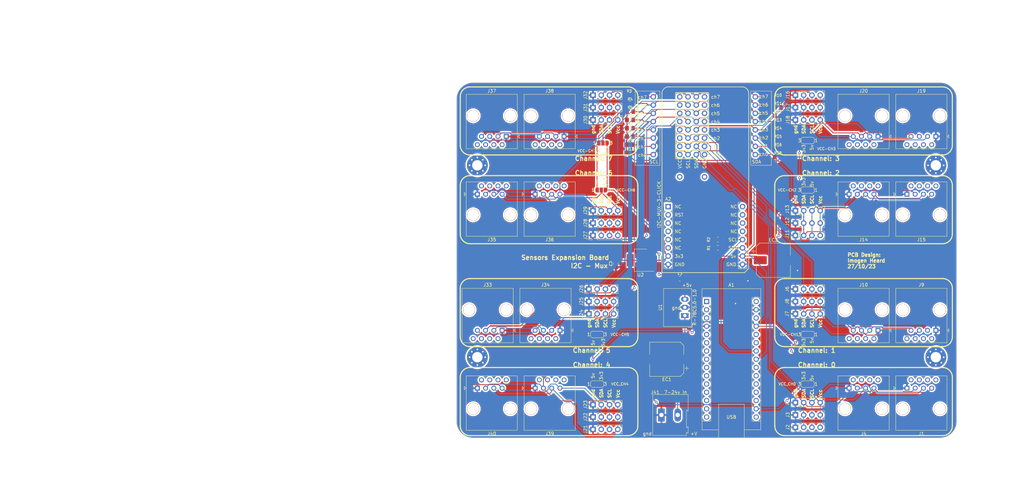
<source format=kicad_pcb>
(kicad_pcb (version 20221018) (generator pcbnew)
  (layers (0 "F.Cu" signal) (31 "B.Cu" signal) (34 "B.Paste" user) (35 "F.Paste" user) (36 "B.SilkS" user "B.Silkscreen") (37 "F.SilkS" user "F.Silkscreen") (38 "B.Mask" user) (39 "F.Mask" user) (44 "Edge.Cuts" user))
  (net 0 "")
  (net 4 "GND")
  (net 17 "/3V3_BUS")
  (net 23 "/SDA")
  (net 24 "/SCL")
  (net 27 "/5V_BUS")
  (net 31 "/SCL_CH0")
  (net 33 "/VCC_CH0")
  (net 35 "/SDA_CH0")
  (net 41 "/SCL_CH7")
  (net 42 "/SCL_CH6")
  (net 43 "/SCL_CH5")
  (net 44 "/SCL_CH4")
  (net 45 "/SCL_CH3")
  (net 46 "/SCL_CH2")
  (net 47 "/SCL_CH1")
  (net 48 "/SDA_CH7")
  (net 49 "/SDA_CH6")
  (net 50 "/SDA_CH5")
  (net 51 "/SDA_CH4")
  (net 52 "/SDA_CH3")
  (net 53 "/SDA_CH2")
  (net 54 "/SDA_CH1")
  (net 67 "/VCC_CH1")
  (net 76 "/VCC_CH2")
  (net 85 "/VCC_CH3")
  (net 94 "/VCC_CH4")
  (net 95 "/VCC_CH5")
  (net 96 "/VCC_CH6")
  (net 97 "/VCC_CH7")
  (net 130 "Net-(J41-Pin_2)")
  (footprint "Connector_PinHeader_2.54mm:PinHeader_1x04_P2.54mm_Vertical" (layer "F.Cu") (at 111.76 87.63 90)
    (fp_text reference "J27")
    (fp_text value "CH6")
  )
  (footprint "000-jumpers-immo:SolderJumper-3-open-high-power" (layer "F.Cu") (at 177.8 118.11 180)
    (fp_text reference "JP2" hide)
    (fp_text value "VCC-CH1")
  )
  (footprint "Connector_PinHeader_2.54mm:PinHeader_1x04_P2.54mm_Vertical" (layer "F.Cu") (at 111.76 80.01 90)
    (fp_text reference "J29")
    (fp_text value "CH6")
  )
  (footprint "Connector_RJ:RJ45_OST_PJ012-8P8CX_Vertical" (layer "F.Cu") (at 101.6 116.84 180)
    (fp_text reference "J34")
    (fp_text value "CH5")
  )
  (footprint "Connector_PinHeader_2.54mm:PinHeader_1x04_P2.54mm_Vertical" (layer "F.Cu") (at 111.76 143.51 90)
    (fp_text reference "J22")
    (fp_text value "CH4")
  )
  (footprint "Capacitor_SMD:CP_Elec_10x10" (layer "F.Cu") (at 134.43 125.73 180)
    (fp_text reference "EC1")
    (fp_text value "100u")
  )
  (footprint "Connector_PinHeader_2.54mm:PinHeader_1x04_P2.54mm_Vertical" (layer "F.Cu") (at 111.76 139.7 90)
    (fp_text reference "J23")
    (fp_text value "CH4")
  )
  (footprint "000-jumpers-immo:SolderJumper-3-open-high-power" (layer "F.Cu") (at 113.03 133.35)
    (fp_text reference "JP8" hide)
    (fp_text value "VCC_CH4")
  )
  (footprint "Connector_PinHeader_2.54mm:PinHeader_1x04_P2.54mm_Vertical" (layer "F.Cu") (at 173.99 104.14 90)
    (fp_text reference "J6")
    (fp_text value "CH1")
  )
  (footprint "000-jumpers-immo:SolderJumper-3-open-high-power" (layer "F.Cu") (at 177.8 58.42 180)
    (fp_text reference "JP4" hide)
    (fp_text value "VCC-CH3")
  )
  (footprint "Resistor_SMD:R_0805_2012Metric_Pad1.20x1.40mm_HandSolder" (layer "F.Cu") (at 123.19 49.53 180)
    (fp_text reference "R5")
    (fp_text value "10k")
  )
  (footprint "Connector_PinHeader_2.54mm:PinHeader_1x04_P2.54mm_Vertical" (layer "F.Cu") (at 173.99 44.45 90)
    (fp_text reference "J16")
    (fp_text value "CH3")
  )
  (footprint "Connector_PinHeader_2.54mm:PinHeader_1x04_P2.54mm_Vertical" (layer "F.Cu") (at 174 80.01 90)
    (fp_text reference "J13")
    (fp_text value "CH2")
  )
  (footprint "Connector_PinHeader_2.54mm:PinHeader_1x04_P2.54mm_Vertical" (layer "F.Cu") (at 173.99 111.76 90)
    (fp_text reference "J7")
    (fp_text value "CH1")
  )
  (footprint "Connector_RJ:RJ45_OST_PJ012-8P8CX_Vertical" (layer "F.Cu") (at 102.87 57.15 180)
    (fp_text reference "J38")
    (fp_text value "CH7")
  )
  (footprint "Connector_PinHeader_2.54mm:PinHeader_1x04_P2.54mm_Vertical" (layer "F.Cu") (at 111.76 52.07 90)
    (fp_text reference "J30")
    (fp_text value "CH7")
  )
  (footprint "Connector_PinHeader_2.54mm:PinHeader_1x04_P2.54mm_Vertical" (layer "F.Cu") (at 111.76 44.45 90)
    (fp_text reference "J32")
    (fp_text value "CH7")
  )
  (footprint "Resistor_SMD:R_0805_2012Metric_Pad1.20x1.40mm_HandSolder" (layer "F.Cu") (at 123.19 54.61 180)
    (fp_text reference "R7")
    (fp_text value "10k")
  )
  (footprint "Connector_RJ:RJ45_OST_PJ012-8P8CX_Vertical" (layer "F.Cu") (at 217.17 57.15 180)
    (fp_text reference "J19")
    (fp_text value "CH3")
  )
  (footprint "Connector_PinHeader_2.54mm:PinHeader_1x04_P2.54mm_Vertical" (layer "F.Cu") (at 110.5 111.76 90)
    (fp_text reference "J24")
    (fp_text value "CH5")
  )
  (footprint "Connector_RJ:RJ45_OST_PJ012-8P8CX_Vertical" (layer "F.Cu") (at 85.09 57.15 180)
    (fp_text reference "J37")
    (fp_text value "CH7")
  )
  (footprint "MountingHole:MountingHole_3.2mm_M3_Pad_Via" (layer "F.Cu") (at 217.17 66.04)
    (fp_text reference "H2" hide)
    (fp_text value "MountingHole" hide)
  )
  (footprint "000_Capacitors_Immo:C_0805_2012_HandSolder_kawaii" (layer "F.Cu") (at 138.43 100.965 180)
    (fp_text reference "C1")
    (fp_text value "100n")
  )
  (footprint "Converter_DCDC:Converter_DCDC_RECOM_R-78E-0.5_THT" (layer "F.Cu") (at 140.0025 112.302 90)
    (fp_text reference "U1")
    (fp_text value "R-78C5.0-1.0")
  )
  (footprint "Resistor_SMD:R_0805_2012Metric_Pad1.20x1.40mm_HandSolder" (layer "F.Cu") (at 123.19 59.69 180)
    (fp_text reference "R9")
    (fp_text value "10k")
  )
  (footprint "MountingHole:MountingHole_3.2mm_M3_Pad_Via" (layer "F.Cu") (at 217.17 125.095)
    (fp_text reference "H4" hide)
    (fp_text value "MountingHole" hide)
  )
  (footprint "Resistor_SMD:R_0805_2012Metric_Pad1.20x1.40mm_HandSolder" (layer "F.Cu") (at 168.64 55.88)
    (fp_text reference "R14")
    (fp_text value "10k")
  )
  (footprint "000-jumpers-immo:SolderJumper-3-open-high-power" (layer "F.Cu") (at 177.77 133.35 180)
    (fp_text reference "JP1" hide)
    (fp_text value "VCC_CH0")
  )
  (footprint "Resistor_SMD:R_0805_2012Metric_Pad1.20x1.40mm_HandSolder" (layer "F.Cu") (at 123.19 52.07 180)
    (fp_text reference "R6")
    (fp_text value "10k")
  )
  (footprint "Connector_PinHeader_2.54mm:PinHeader_1x04_P2.54mm_Vertical" (layer "F.Cu") (at 110.49 104.14 90)
    (fp_text reference "J26")
    (fp_text value "CH1")
  )
  (footprint "Resistor_SMD:R_0805_2012Metric_Pad1.20x1.40mm_HandSolder" (layer "F.Cu") (at 168.64 48.26)
    (fp_text reference "R11")
    (fp_text value "10k")
  )
  (footprint "000-jumpers-immo:SolderJumper-3-open-high-power" (layer "F.Cu") (at 177.78 73.66 180)
    (fp_text reference "JP3" hide)
    (fp_text value "VCC-CH2")
  )
  (footprint "Resistor_SMD:R_0805_2012Metric_Pad1.20x1.40mm_HandSolder" (layer "F.Cu") (at 123.19 46.99 180)
    (fp_text reference "R4")
    (fp_text value "10k")
  )
  (footprint "Connector_PinHeader_2.54mm:PinHeader_1x04_P2.54mm_Vertical" (layer "F.Cu") (at 174 83.82 90)
    (fp_text reference "J12")
    (fp_text value "CH2")
  )
  (footprint "Resistor_SMD:R_0805_2012Metric_Pad1.20x1.40mm_HandSolder" (layer "F.Cu") (at 123.19 44.45 180)
    (fp_text reference "R3")
    (fp_text value "10k")
  )
  (footprint "MountingHole:MountingHole_3.2mm_M3_Pad_Via" (layer "F.Cu") (at 76.2 66.04)
    (fp_text reference "H1" hide)
    (fp_text value "MountingHole" hide)
  )
  (footprint "Connector_RJ:RJ45_OST_PJ012-8P8CX_Vertical" (layer "F.Cu") (at 208.275 74.93)
    (fp_text reference "J15")
    (fp_text value "CH2")
  )
  (footprint "000-jumpers-immo:SolderJumper-3-open-high-power" (layer "F.Cu") (at 114.8175 59.19)
    (fp_text reference "JP7" hide)
    (fp_text value "VCC-CH7")
  )
  (footprint "Connector_PinHeader_2.54mm:PinHeader_1x04_P2.54mm_Vertical" (layer "F.Cu") (at 110.49 107.95 90)
    (fp_text reference "J25")
    (fp_text value "CH1")
  )
  (footprint "Resistor_SMD:R_0805_2012Metric_Pad1.20x1.40mm_HandSolder" (layer "F.Cu") (at 150.13 91.44 180)
    (fp_text reference "R1")
    (fp_text value "10k")
  )
  (footprint "Package_TO_SOT_SMD:SOT-223-3_TabPin2" (layer "F.Cu") (at 126.365 95.25 180)
    (fp_text reference "U2")
    (fp_text value "AMS1117-3.3")
  )
  (footprint "Resistor_SMD:R_0805_2012Metric_Pad1.20x1.40mm_HandSolder" (layer "F.Cu") (at 168.64 50.8)
    (fp_text reference "R12")
    (fp_text value "10k")
  )
  (footprint "Resistor_SMD:R_0805_2012Metric_Pad1.20x1.40mm_HandSolder" (layer "F.Cu") (at 168.64 53.34)
    (fp_text reference "R13")
    (fp_text value "10k")
  )
  (footprint "Connector_RJ:RJ45_OST_PJ012-8P8CX_Vertical" (layer "F.Cu") (at 190.5 74.93)
    (fp_text reference "J14")
    (fp_text value "CH2")
  )
  (footprint "Connector_PinHeader_2.54mm:PinHeader_1x04_P2.54mm_Vertical" (layer "F.Cu") (at 111.76 83.82 90)
    (fp_text reference "J28")
    (fp_text value "CH6")
  )
  (footprint "Connector_RJ:RJ45_OST_PJ012-8P8CX_Vertical" (layer "F.Cu") (at 76.2 74.93)
    (fp_text reference "J35")
    (fp_text value "CH6")
  )
  (footprint "MountingHole:MountingHole_3.2mm_M3_Pad_Via" (layer "F.Cu") (at 76.2 125.095)
    (fp_text reference "H3" hide)
    (fp_text value "MountingHole" hide)
  )
  (footprint "Resistor_SMD:R_0805_2012Metric_Pad1.20x1.40mm_HandSolder" (layer "F.Cu") (at 168.64 63.5)
    (fp_text reference "R18")
    (fp_text value "10k")
  )
  (footprint "Resistor_SMD:R_0805_2012Metric_Pad1.20x1.40mm_HandSolder" (layer "F.Cu") (at 168.64 60.96)
    (fp_text reference "R16")
    (fp_text value "10k")
  )
  (footprint "000-jumpers-immo:SolderJumper-3-open-high-power" (layer "F.Cu") (at 114.3 73.66)
    (fp_text reference "JP6" hide)
    (fp_text value "VCC-CH6")
  )
  (footprint "Resistor_SMD:R_0805_2012Metric_Pad1.20x1.40mm_HandSolder" (layer "F.Cu") (at 123.19 57.15 180)
    (fp_text reference "R8")
    (fp_text value "10k")
  )
  (footprint "Connector_PinHeader_2.54mm:PinHeader_1x04_P2.54mm_Vertical" (layer "F.Cu") (at 173.99 107.95 90)
    (fp_text reference "J8")
    (fp_text value "CH1")
  )
  (footprint "Resistor_SMD:R_0805_2012Metric_Pad1.20x1.40mm_HandSolder" (layer "F.Cu") (at 168.64 45.72)
    (fp_text reference "R10")
    (fp_text value "10k")
  )
  (footprint "Connector_PinHeader_2.54mm:PinHeader_1x04_P2.54mm_Vertical" (layer "F.Cu") (at 111.76 48.26 90)
    (fp_text reference "J31")
    (fp_text value "CH7")
  )
  (footprint "Connector_RJ:RJ45_OST_PJ012-8P8CX_Vertical" (layer "F.Cu") (at 93.98 74.93)
    (fp_text reference "J36")
    (fp_text value "CH6")
  )
  (footprint "Capacitor_SMD:CP_Elec_10x10" (layer "F.Cu") (at 167.195 95.25)
    (fp_text reference "EC2")
    (fp_text value "100u")
  )
  (footprint "Connector_RJ:RJ45_OST_PJ012-8P8CX_Vertical" (layer "F.Cu") (at 199.395 116.84 180)
    (fp_text reference "J10")
    (fp_text value "CH1")
  )
  (footprint "Connector_PinHeader_2.54mm:PinHeader_1x04_P2.54mm_Vertical" (layer "F.Cu") (at 173.99 146.685 90)
    (fp_text reference "J2")
    (fp_text value "CH0")
  )
  (footprint "000_Capacitors_Immo:C_0805_2012_HandSolder_kawaii" (layer "F.Cu") (at 118.745 96.2875 -90)
    (fp_text reference "C2")
    (fp_text value "100n")
  )
  (footprint "Connector_RJ:RJ45_OST_PJ012-8P8CX_Vertical" (layer "F.Cu") (at 208.28 134.62)
    (fp_text reference "J1")
    (fp_text value "CH0")
  )
  (footprint "Connector_PinHeader_2.54mm:PinHeader_1x04_P2.54mm_Vertical" (layer "F.Cu") (at 173.99 139.065 90)
    (fp_text reference "J5")
    (fp_text value "CH0")
  )
  (footprint "Connector_RJ:RJ45_OST_PJ012-8P8CX_Vertical" (layer "F.Cu") (at 190.5 134.62)
    (fp_text reference "J4")
    (fp_text value "CH0")
  )
  (footprint "Resistor_SMD:R_0805_2012Metric_Pad1.20x1.40mm_HandSolder" (layer "F.Cu") (at 168.64 58.42)
    (fp_text reference "R15")
    (fp_text value "10k")
  )
  (footprint "000-jumpers-immo:SolderJumper-3-open-high-power" (layer "F.Cu") (at 113.03 118.11)
    (fp_text reference "JP5" hide)
    (fp_text value "VCC-CH5")
  )
  (footprint "Connector_PinHeader_2.54mm:PinHeader_1x04_P2.54mm_Vertical" (layer "F.Cu") (at 174 87.63 90)
    (fp_text reference "J11")
    (fp_text value "CH2")
  )
  (footprint "Module:Arduino_Nano" (layer "F.Cu") (at 146.685 107.95)
    (fp_text reference "A1")
    (fp_text value "Arduino_Nano_v3.x")
  )
  (footprint "Connector_RJ:RJ45_OST_PJ012-8P8CX_Vertical" (layer "F.Cu") (at 199.39 57.15 180)
    (fp_text reference "J20")
    (fp_text value "CH3")
  )
  (footprint "TerminalBlock:TerminalBlock_Altech_AK300-2_P5.00mm" (layer "F.Cu") (at 132.795 142.875)
    (fp_text reference "J41")
    (fp_text value "7-24v In")
  )
  (footprint "Connector_PinHeader_2.54mm:PinHeader_1x04_P2.54mm_Vertical" (layer "F.Cu") (at 173.99 142.875 90)
    (fp_text reference "J3")
    (fp_text value "CH0")
  )
  (footprint "Connector_PinHeader_2.54mm:PinHeader_1x04_P2.54mm_Vertical" (layer "F.Cu") (at 111.76 147.32 90)
    (fp_text reference "J21")
    (fp_text value "CH4")
  )
  (footprint "Connector_PinHeader_2.54mm:PinHeader_1x04_P2.54mm_Vertical" (layer "F.Cu") (at 173.99 52.07 90)
    (fp_text reference "J18")
    (fp_text value "CH3")
  )
  (footprint "Resistor_SMD:R_0805_2012Metric_Pad1.20x1.40mm_HandSolder" (layer "F.Cu") (at 123.19 62.23 180)
    (fp_text reference "R17")
    (fp_text value "10k")
  )
  (footprint "Connector_RJ:RJ45_OST_PJ012-8P8CX_Vertical" (layer "F.Cu") (at 83.82 116.84 180)
    (fp_text reference "J33")
    (fp_text value "CH5")
  )
  (footprint "Resistor_SMD:R_0805_2012Metric_Pad1.20x1.40mm_HandSolder" (layer "F.Cu") (at 150.13 88.9 180)
    (fp_text reference "R2")
    (fp_text value "10k")
  )
  (footprint "Connector_RJ:RJ45_OST_PJ012-8P8CX_Vertical" (layer "F.Cu") (at 93.98 134.62)
    (fp_text reference "J39")
    (fp_text value "CH4")
  )
  (footprint "Connector_PinHeader_2.54mm:PinHeader_1x04_P2.54mm_Vertical" (layer "F.Cu") (at 173.99 48.26 90)
    (fp_text reference "J17")
    (fp_text value "CH3")
  )
  (footprint "Connector_RJ:RJ45_OST_PJ012-8P8CX_Vertical" (layer "F.Cu") (at 76.2 134.62)
    (fp_text reference "J40")
    (fp_text value "CH4")
  )
  (footprint "000_Modules_Immo:I2C-MUX-3-CLICK" (layer "F.Cu") (at 134.874 78.74)
    (fp_text reference "A2")
    (fp_text value "I2C-MUX-3-CLICK")
  )
  (footprint "Connector_RJ:RJ45_OST_PJ012-8P8CX_Vertical" (layer "F.Cu") (at 217.17 116.84 180)
    (fp_text reference "J9")
    (fp_text value "CH1")
  )
  (gr_line (start 122.555 149.225) (end 73.945 149.225) (stroke (width 0.35)) (layer "F.SilkS"))
  (gr_arc (start 125.555 59.865) (mid 124.67632 61.98632) (end 122.555 62.865) (stroke (width 0.35)) (layer "F.SilkS"))
  (gr_arc (start 70.945 103.89) (mid 71.82368 101.76868) (end 73.945 100.89) (stroke (width 0.35)) (layer "F.SilkS"))
  (gr_arc (start 73.945 62.865) (mid 71.82368 61.98632) (end 70.945 59.865) (stroke (width 0.35)) (layer "F.SilkS"))
  (gr_arc (start 170.64 90.17) (mid 168.51868 89.29132) (end 167.64 87.17) (stroke (width 0.35)) (layer "F.SilkS"))
  (gr_line (start 222.25 131.27) (end 222.25 146.225) (stroke (width 0.35)) (layer "F.SilkS"))
  (gr_arc (start 170.64 149.225) (mid 168.51868 148.34632) (end 167.64 146.225) (stroke (width 0.35)) (layer "F.SilkS"))
  (gr_arc (start 73.945 90.17) (mid 71.82368 89.29132) (end 70.945 87.17) (stroke (width 0.35)) (layer "F.SilkS"))
  (gr_arc (start 222.25 59.865) (mid 221.37132 61.98632) (end 219.25 62.865) (stroke (width 0.35)) (layer "F.SilkS"))
  (gr_line (start 222.25 72.215) (end 222.25 87.17) (stroke (width 0.35)) (layer "F.SilkS"))
  (gr_line (start 125.555 131.27) (end 125.555 146.225) (stroke (width 0.35)) (layer "F.SilkS"))
  (gr_line (start 222.25 103.89) (end 222.25 118.845) (stroke (width 0.35)) (layer "F.SilkS"))
  (gr_line (start 167.64 87.17) (end 167.64 72.215) (stroke (width 0.35)) (layer "F.SilkS"))
  (gr_line (start 219.25 149.225) (end 170.64 149.225) (stroke (width 0.35)) (layer "F.SilkS"))
  (gr_arc (start 167.64 103.89) (mid 168.51868 101.76868) (end 170.64 100.89) (stroke (width 0.35)) (layer "F.SilkS"))
  (gr_line (start 122.555 121.845) (end 73.945 121.845) (stroke (width 0.35)) (layer "F.SilkS"))
  (gr_arc (start 73.945 121.845) (mid 71.82368 120.96632) (end 70.945 118.845) (stroke (width 0.35)) (layer "F.SilkS"))
  (gr_arc (start 122.555 128.27) (mid 124.67632 129.14868) (end 125.555 131.27) (stroke (width 0.35)) (layer "F.SilkS"))
  (gr_line (start 70.945 87.17) (end 70.945 72.215) (stroke (width 0.35)) (layer "F.SilkS"))
  (gr_line (start 170.64 100.89) (end 219.25 100.89) (stroke (width 0.35)) (layer "F.SilkS"))
  (gr_line (start 222.25 44.91) (end 222.25 59.865) (stroke (width 0.35)) (layer "F.SilkS"))
  (gr_arc (start 219.25 128.27) (mid 221.37132 129.14868) (end 222.25 131.27) (stroke (width 0.35)) (layer "F.SilkS"))
  (gr_line (start 125.555 72.215) (end 125.555 87.17) (stroke (width 0.35)) (layer "F.SilkS"))
  (gr_arc (start 125.555 146.225) (mid 124.67632 148.34632) (end 122.555 149.225) (stroke (width 0.35)) (layer "F.SilkS"))
  (gr_arc (start 122.555 100.89) (mid 124.67632 101.76868) (end 125.555 103.89) (stroke (width 0.35)) (layer "F.SilkS"))
  (gr_arc (start 122.555 69.215) (mid 124.67632 70.09368) (end 125.555 72.215) (stroke (width 0.35)) (layer "F.SilkS"))
  (gr_arc (start 219.25 69.215) (mid 221.37132 70.09368) (end 222.25 72.215) (stroke (width 0.35)) (layer "F.SilkS"))
  (gr_line (start 70.945 118.845) (end 70.945 103.89) (stroke (width 0.35)) (layer "F.SilkS"))
  (gr_line (start 125.555 44.91) (end 125.555 59.865) (stroke (width 0.35)) (layer "F.SilkS"))
  (gr_arc (start 125.555 118.845) (mid 124.67632 120.96632) (end 122.555 121.845) (stroke (width 0.35)) (layer "F.SilkS"))
  (gr_arc (start 125.555 87.17) (mid 124.67632 89.29132) (end 122.555 90.17) (stroke (width 0.35)) (layer "F.SilkS"))
  (gr_line (start 73.945 69.215) (end 122.555 69.215) (stroke (width 0.35)) (layer "F.SilkS"))
  (gr_line (start 122.555 62.865) (end 73.945 62.865) (stroke (width 0.35)) (layer "F.SilkS"))
  (gr_arc (start 70.945 131.27) (mid 71.82368 129.14868) (end 73.945 128.27) (stroke (width 0.35)) (layer "F.SilkS"))
  (gr_line (start 219.25 90.17) (end 170.64 90.17) (stroke (width 0.35)) (layer "F.SilkS"))
  (gr_arc (start 219.25 41.91) (mid 221.37132 42.78868) (end 222.25 44.91) (stroke (width 0.35)) (layer "F.SilkS"))
  (gr_line (start 70.945 146.225) (end 70.945 131.27) (stroke (width 0.35)) (layer "F.SilkS"))
  (gr_line (start 219.25 62.865) (end 170.64 62.865) (stroke (width 0.35)) (layer "F.SilkS"))
  (gr_line (start 125.555 103.89) (end 125.555 118.845) (stroke (width 0.35)) (layer "F.SilkS"))
  (gr_arc (start 167.64 131.27) (mid 168.51868 129.14868) (end 170.64 128.27) (stroke (width 0.35)) (layer "F.SilkS"))
  (gr_line (start 122.555 90.17) (end 73.945 90.17) (stroke (width 0.35)) (layer "F.SilkS"))
  (gr_line (start 73.945 100.89) (end 122.555 100.89) (stroke (width 0.35)) (layer "F.SilkS"))
  (gr_arc (start 170.64 62.865) (mid 168.51868 61.98632) (end 167.64 59.865) (stroke (width 0.35)) (layer "F.SilkS"))
  (gr_arc (start 70.945 44.91) (mid 71.82368 42.78868) (end 73.945 41.91) (stroke (width 0.35)) (layer "F.SilkS"))
  (gr_arc (start 73.945 149.225) (mid 71.82368 148.34632) (end 70.945 146.225) (stroke (width 0.35)) (layer "F.SilkS"))
  (gr_line (start 170.64 69.215) (end 219.25 69.215) (stroke (width 0.35)) (layer "F.SilkS"))
  (gr_line (start 170.64 128.27) (end 219.25 128.27) (stroke (width 0.35)) (layer "F.SilkS"))
  (gr_line (start 167.64 59.865) (end 167.64 44.91) (stroke (width 0.35)) (layer "F.SilkS"))
  (gr_line (start 167.64 118.845) (end 167.64 103.89) (stroke (width 0.35)) (layer "F.SilkS"))
  (gr_line (start 70.945 59.865) (end 70.945 44.91) (stroke (width 0.35)) (layer "F.SilkS"))
  (gr_arc (start 70.945 72.215) (mid 71.82368 70.09368) (end 73.945 69.215) (stroke (width 0.35)) (layer "F.SilkS"))
  (gr_line (start 167.64 146.225) (end 167.64 131.27) (stroke (width 0.35)) (layer "F.SilkS"))
  (gr_line (start 219.25 121.845) (end 170.64 121.845) (stroke (width 0.35)) (layer "F.SilkS"))
  (gr_line (start 170.64 41.91) (end 219.25 41.91) (stroke (width 0.35)) (layer "F.SilkS"))
  (gr_arc (start 170.64 121.845) (mid 168.51868 120.96632) (end 167.64 118.845) (stroke (width 0.35)) (layer "F.SilkS"))
  (gr_arc (start 167.64 72.215) (mid 168.51868 70.09368) (end 170.64 69.215) (stroke (width 0.35)) (layer "F.SilkS"))
  (gr_arc (start 219.25 100.89) (mid 221.37132 101.76868) (end 222.25 103.89) (stroke (width 0.35)) (layer "F.SilkS"))
  (gr_line (start 73.945 128.27) (end 122.555 128.27) (stroke (width 0.35)) (layer "F.SilkS"))
  (gr_arc (start 222.25 146.225) (mid 221.37132 148.34632) (end 219.25 149.225) (stroke (width 0.35)) (layer "F.SilkS"))
  (gr_arc (start 122.555 41.91) (mid 124.67632 42.78868) (end 125.555 44.91) (stroke (width 0.35)) (layer "F.SilkS"))
  (gr_arc (start 222.25 118.845) (mid 221.37132 120.96632) (end 219.25 121.845) (stroke (width 0.35)) (layer "F.SilkS"))
  (gr_arc (start 222.25 87.17) (mid 221.37132 89.29132) (end 219.25 90.17) (stroke (width 0.35)) (layer "F.SilkS"))
  (gr_arc (start 167.64 44.91) (mid 168.51868 42.78868) (end 170.64 41.91) (stroke (width 0.35)) (layer "F.SilkS"))
  (gr_line (start 73.945 41.91) (end 122.555 41.91) (stroke (width 0.35)) (layer "F.SilkS"))
  (gr_arc (start 223.52 144.86) (mid 222.055534 148.395534) (end 218.52 149.86) (stroke (width 0.1)) (layer "Edge.Cuts"))
  (gr_arc (start 74.85 149.86) (mid 71.314466 148.395534) (end 69.85 144.86) (stroke (width 0.1)) (layer "Edge.Cuts"))
  (gr_line (start 218.52 149.86) (end 74.85 149.86) (stroke (width 0.1)) (layer "Edge.Cuts"))
  (gr_arc (start 69.85 45.64) (mid 71.314466 42.104466) (end 74.85 40.64) (stroke (width 0.1)) (layer "Edge.Cuts"))
  (gr_line (start 223.52 45.64) (end 223.52 144.86) (stroke (width 0.1)) (layer "Edge.Cuts"))
  (gr_line (start 69.85 144.86) (end 69.85 45.64) (stroke (width 0.1)) (layer "Edge.Cuts"))
  (gr_line (start 74.85 40.64) (end 218.52 40.64) (stroke (width 0.1)) (layer "Edge.Cuts"))
  (gr_arc (start 218.52 40.64) (mid 222.055534 42.104466) (end 223.52 45.64) (stroke (width 0.1)) (layer "Edge.Cuts"))
  (gr_text "SDA" (at 114.935 137.795 90) (layer "F.SilkS") (effects (font (size 1 1) (thickness 0.25) bold) (justify left bottom)))
  (gr_text "gnd" (at 174.625 116.205 90) (layer "F.SilkS") (effects (font (size 1 1) (thickness 0.25) bold) (justify left bottom)))
  (gr_text "SCL" (at 179.705 116.205 90) (layer "F.SilkS") (effects (font (size 1 1) (thickness 0.25) bold) (justify left bottom)))
  (gr_text "SDA" (at 114.935 56.515 90) (layer "F.SilkS") (effects (font (size 1 1) (thickness 0.25) bold) (justify left bottom)))
  (gr_text "+V" (at 141.605 149.225) (layer "F.SilkS") (effects (font (size 1 1)) (justify left bottom)))
  (gr_text "gnd" (at 174.625 56.515 90) (layer "F.SilkS") (effects (font (size 1 1) (thickness 0.25) bold) (justify left bottom)))
  (gr_text "PCB Design:\nImogen Heard\n27/10/23" (at 189.865 97.79) (layer "F.SilkS") (effects (font (size 1.1 1.1) (thickness 0.275) bold) (justify left bottom)))
  (gr_text "Channel: 1" (at 174.625 123.825) (layer "F.SilkS") (effects (font (size 1.4 1.4) (thickness 0.3) bold) (justify left bottom)))
  (gr_text "SDA" (at 177.165 56.515 90) (layer "F.SilkS") (effects (font (size 1 1) (thickness 0.25) bold) (justify left bottom)))
  (gr_text "gnd" (at 112.395 56.515 90) (layer "F.SilkS") (effects (font (size 1 1) (thickness 0.25) bold) (justify left bottom)))
  (gr_text "Channel: 0" (at 174.625 128.27) (layer "F.SilkS") (effects (font (size 1.4 1.4) (thickness 0.3) bold) (justify left bottom)))
  (gr_text "Sensors Expansion Board" (at 89.535 95.25) (layer "F.SilkS") (effects (font (size 1.4 1.4) (thickness 0.3) bold) (justify left bottom)))
  (gr_text "SDA" (at 114.935 78.105 90) (layer "F.SilkS") (effects (font (size 1 1) (thickness 0.25) bold) (justify left bottom)))
  (gr_text "SCL" (at 179.705 56.515 90) (layer "F.SilkS") (effects (font (size 1 1) (thickness 0.25) bold) (justify left bottom)))
  (gr_text "SDA" (at 113.665 116.205 90) (layer "F.SilkS") (effects (font (size 1 1) (thickness 0.25) bold) (justify left bottom)))
  (gr_text "Channel: 7" (at 106.045 64.77) (layer "F.SilkS") (effects (font (size 1.4 1.4) (thickness 0.3) bold) (justify left bottom)))
  (gr_text "SCL" (at 179.705 78.105 90) (layer "F.SilkS") (effects (font (size 1 1) (thickness 0.25) bold) (justify left bottom)))
  (gr_text "Channel: 4" (at 105.41 128.27) (layer "F.SilkS") (effects (font (size 1.4 1.4) (thickness 0.3) bold) (justify left bottom)))
  (gr_text "SDA" (at 177.165 78.105 90) (layer "F.SilkS") (effects (font (size 1 1) (thickness 0.25) bold) (justify left bottom)))
  (gr_text "SCL" (at 117.475 137.795 90) (layer "F.SilkS") (effects (font (size 1 1) (thickness 0.25) bold) (justify left bottom)))
  (gr_text "I2C - Mux" (at 104.775 97.79) (layer "F.SilkS") (effects (font (size 1.4 1.4) (thickness 0.3) bold) (justify left bottom)))
  (gr_text "SDA" (at 177.165 116.205 90) (layer "F.SilkS") (effects (font (size 1 1) (thickness 0.25) bold) (justify left bottom)))
  (gr_text "gnd" (at 135.89 110.49) (layer "F.SilkS") (effects (font (size 1 1)) (justify left bottom)))
  (gr_text "Channel: 3" (at 175.895 64.77) (layer "F.SilkS") (effects (font (size 1.4 1.4) (thickness 0.3) bold) (justify left bottom)))
  (gr_text "Vcc" (at 182.245 56.515 90) (layer "F.SilkS") (effects (font (size 1 1) (thickness 0.25) bold) (justify left bottom)))
  (gr_text "Vcc" (at 182.245 116.205 90) (layer "F.SilkS") (effects (font (size 1 1) (thickness 0.25) bold) (justify left bottom)))
  (gr_text "SCL" (at 179.705 137.795 90) (layer "F.SilkS") (effects (font (size 1 1) (thickness 0.25) bold) (justify left bottom)))
  (gr_text "gnd" (at 127 149.225) (layer "F.SilkS") (effects (font (size 1 1)) (justify left bottom)))
  (gr_text "gnd" (at 112.395 137.795 90) (layer "F.SilkS") (effects (font (size 1 1) (thickness 0.25) bold) (justify left bottom)))
  (gr_text "SCL" (at 116.205 116.205 90) (layer "F.SilkS") (effects (font (size 1 1) (thickness 0.25) bold) (justify left bottom)))
  (gr_text "gnd" (at 112.395 78.105 90) (layer "F.SilkS") (effects (font (size 1 1) (thickness 0.25) bold) (justify left bottom)))
  (gr_text "Vin" (at 139.065 117.475) (layer "F.SilkS") (effects (font (size 1 1)) (justify left bottom)))
  (gr_text "Vcc" (at 118.745 116.205 90) (layer "F.SilkS") (effects (font (size 1 1) (thickness 0.25) bold) (justify left bottom)))
  (gr_text "SDA" (at 177.165 137.795 90) (layer "F.SilkS") (effects (font (size 1 1) (thickness 0.25) bold) (justify left bottom)))
  (gr_text "gnd" (at 174.625 78.105 90) (layer "F.SilkS") (effects (font (size 1 1) (thickness 0.25) bold) (justify left bottom)))
  (gr_text "Vcc" (at 120.015 137.795 90) (layer "F.SilkS") (effects (font (size 1 1) (thickness 0.25) bold) (justify left bottom)))
  (gr_text "SCL" (at 117.475 78.105 90) (layer "F.SilkS") (effects (font (size 1 1) (thickness 0.25) bold) (justify left bottom)))
  (gr_text "gnd" (at 111.125 116.205 90) (layer "F.SilkS") (effects (font (size 1 1) (thickness 0.25) bold) (justify left bottom)))
  (gr_text "Vcc" (at 182.245 78.105 90) (layer "F.SilkS") (effects (font (size 1 1) (thickness 0.25) bold) (justify left bottom)))
  (gr_text "SCL" (at 117.475 56.515 90) (layer "F.SilkS") (effects (font (size 1 1) (thickness 0.25) bold) (justify left bottom)))
  (gr_text "Channel: 2" (at 175.895 69.215) (layer "F.SilkS") (effects (font (size 1.4 1.4) (thickness 0.3) bold) (justify left bottom)))
  (gr_text "Vcc" (at 120.015 56.515 90) (layer "F.SilkS") (effects (font (size 1 1) (thickness 0.25) bold) (justify left bottom)))
  (gr_text "Channel: 6" (at 106.045 69.215) (layer "F.SilkS") (effects (font (size 1.4 1.4) (thickness 0.3) bold) (justify left bottom)))
  (gr_text "gnd" (at 174.625 137.795 90) (layer "F.SilkS") (effects (font (size 1 1) (thickness 0.25) bold) (justify left bottom)))
  (gr_text "Vcc" (at 120.015 78.105 90) (layer "F.SilkS") (effects (font (size 1 1) (thickness 0.25) bold) (justify left bottom)))
  (gr_text "Channel: 5" (at 105.41 123.825) (layer "F.SilkS") (effects (font (size 1.4 1.4) (thickness 0.3) bold) (justify left bottom)))
  (gr_text "Vcc" (at 182.245 137.795 90) (layer "F.SilkS") (effects (font (size 1 1) (thickness 0.25) bold) (justify left bottom)))
  (gr_text "+5v" (at 139.065 103.505) (layer "F.SilkS") (effects (font (size 1 1)) (justify left bottom)))
  (segment (start 132.795 128.095) (end 130.43 125.73) (width 0.25) (layer "F.Cu") (net 4))
  (segment (start 132.795 142.875) (end 132.795 128.095) (width 0.25) (layer "F.Cu") (net 4))
  (via (at 155.575 108.585) (size 0.8) (drill 0.4) (layers "F.Cu" "B.Cu") (net 4))
  (via (at 159.385 101.6) (size 0.8) (drill 0.4) (layers "F.Cu" "B.Cu") (net 4))
  (via (at 174.625 98.425) (size 0.8) (drill 0.4) (layers "F.Cu" "B.Cu") (net 4))
  (segment (start 115.6 73.66) (end 118.11 73.66) (width 0.25) (layer "F.Cu") (net 17))
  (segment (start 175.26 72.44) (end 175.26 69.85) (width 0.25) (layer "F.Cu") (net 17))
  (segment (start 176.5 118.14) (end 173.99 120.65) (width 0.25) (layer "F.Cu") (net 17))
  (segment (start 116.1175 59.19) (end 116.1175 73.1425) (width 0.25) (layer "F.Cu") (net 17))
  (segment (start 116.1175 73.1425) (end 115.6 73.66) (width 0.25) (layer "F.Cu") (net 17))
  (segment (start 118.11 73.66) (end 133.699 89.249) (width 0.25) (layer "F.Cu") (net 17))
  (segment (start 175.26 59.66) (end 175.26 62.23) (width 0.25) (layer "F.Cu") (net 17))
  (segment (start 176.48 73.66) (end 168.91 81.23) (width 0.25) (layer "F.Cu") (net 17))
  (segment (start 133.604 95.25) (end 134.874 93.98) (width 0.25) (layer "F.Cu") (net 17))
  (segment (start 127.65 97.115) (end 129.515 95.25) (width 0.25) (layer "F.Cu") (net 17))
  (segment (start 129.515 95.25) (end 133.604 95.25) (width 0.25) (layer "F.Cu") (net 17))
  (segment (start 127.65 104.79) (end 127.65 97.115) (width 0.25) (layer "F.Cu") (net 17))
  (segment (start 133.699 92.805) (end 134.874 93.98) (width 0.25) (layer "F.Cu") (net 17))
  (segment (start 176.5 58.42) (end 175.26 59.66) (width 0.25) (layer "F.Cu") (net 17))
  (segment (start 168.91 87.63) (end 168.91 81.23) (width 0.25) (layer "F.Cu") (net 17))
  (segment (start 176.47 126.94) (end 176.47 133.35) (width 0.25) (layer "F.Cu") (net 17))
  (segment (start 125.6022 133.35) (end 131.1545 138.9023) (width 0.25) (layer "F.Cu") (net 17))
  (segment (start 123.215 95.25) (end 129.515 95.25) (width 0.25) (layer "F.Cu") (net 17))
  (segment (start 114.33 133.35) (end 125.6022 133.35) (width 0.25) (layer "F.Cu") (net 17))
  (segment (start 176.47 133.35) (end 171.42 138.4) (width 0.25) (layer "F.Cu") (net 17))
  (segment (start 172.72 123.19) (end 176.47 126.94) (width 0.25) (layer "F.Cu") (net 17))
  (segment (start 118.745 95.25) (end 123.215 95.25) (width 0.25) (layer "F.Cu") (net 17))
  (segment (start 114.33 118.11) (end 127.65 104.79) (width 0.25) (layer "F.Cu") (net 17))
  (segment (start 114.33 133.35) (end 114.33 118.11) (width 0.25) (layer "F.Cu") (net 17))
  (segment (start 176.48 73.66) (end 175.26 72.44) (width 0.25) (layer "F.Cu") (net 17))
  (segment (start 133.699 89.249) (end 133.699 92.805) (width 0.25) (layer "F.Cu") (net 17))
  (via (at 173.99 120.65) (size 0.8) (drill 0.4) (layers "F.Cu" "B.Cu") (net 17))
  (via (at 172.72 123.19) (size 0.8) (drill 0.4) (layers "F.Cu" "B.Cu") (net 17))
  (via (at 168.91 87.63) (size 0.8) (drill 0.4) (layers "F.Cu" "B.Cu") (net 17))
  (via (at 175.26 69.85) (size 0.8) (drill 0.4) (layers "F.Cu" "B.Cu") (net 17))
  (via (at 175.26 62.23) (size 0.8) (drill 0.4) (layers "F.Cu" "B.Cu") (net 17))
  (via (at 131.1545 138.9023) (size 0.8) (drill 0.4) (layers "F.Cu" "B.Cu") (net 17))
  (via (at 171.42 138.4) (size 0.8) (drill 0.4) (layers "F.Cu" "B.Cu") (net 17))
  (segment (start 168.91 87.63) (end 167.64 88.9) (width 0.25) (layer "B.Cu") (net 17))
  (segment (start 160.655 139.7) (end 131.9522 139.7) (width 0.25) (layer "B.Cu") (net 17))
  (segment (start 131.9522 139.7) (end 131.1545 138.9023) (width 0.25) (layer "B.Cu") (net 17))
  (segment (start 172.72 121.92) (end 172.72 123.19) (width 0.25) (layer "B.Cu") (net 17))
  (segment (start 167.64 88.9) (end 167.64 114.3) (width 0.25) (layer "B.Cu") (net 17))
  (segment (start 161.925 140.97) (end 160.655 139.7) (width 0.25) (layer "B.Cu") (net 17))
  (segment (start 171.42 138.4) (end 168.85 140.97) (width 0.25) (layer "B.Cu") (net 17))
  (segment (start 173.99 120.65) (end 172.72 121.92) (width 0.25) (layer "B.Cu") (net 17))
  (segment (start 175.26 62.23) (end 175.26 69.85) (width 0.25) (layer "B.Cu") (net 17))
  (segment (start 168.85 140.97) (end 161.925 140.97) (width 0.25) (layer "B.Cu") (net 17))
  (segment (start 167.64 114.3) (end 173.99 120.65) (width 0.25) (layer "B.Cu") (net 17))
  (segment (start 157.734 91.44) (end 151.13 91.44) (width 0.25) (layer "F.Cu") (net 23))
  (segment (start 165.1 113.03069) (end 165.549501 112.581189) (width 0.25) (layer "B.Cu") (net 23))
  (segment (start 165.1 98.806) (end 157.734 91.44) (width 0.25) (layer "B.Cu") (net 23))
  (segment (start 165.1 100.71031) (end 165.1 98.806) (width 0.25) (layer "B.Cu") (net 23))
  (segment (start 165.549501 101.159811) (end 165.1 100.71031) (width 0.25) (layer "B.Cu") (net 23))
  (segment (start 165.1 123.19) (end 165.1 113.03069) (width 0.25) (layer "B.Cu") (net 23))
  (segment (start 165.549501 112.581189) (end 165.549501 101.159811) (width 0.25) (layer "B.Cu") (net 23))
  (segment (start 162.56 125.73) (end 165.1 123.19) (width 0.25) (layer "B.Cu") (net 23))
  (segment (start 151.13 88.9) (end 157.734 88.9) (width 0.25) (layer "F.Cu") (net 24))
  (segment (start 153.67 123.19) (end 161.925 123.19) (width 0.25) (layer "B.Cu") (net 24))
  (segment (start 151.13 95.504) (end 151.13 120.65) (width 0.25) (layer "B.Cu") (net 24))
  (segment (start 151.13 120.65) (end 153.67 123.19) (width 0.25) (layer "B.Cu") (net 24))
  (segment (start 157.734 88.9) (end 151.13 95.504) (width 0.25) (layer "B.Cu") (net 24))
  (segment (start 149.13 88.9) (end 149.13 91.44) (width 0.25) (layer "F.Cu") (net 27))
  (segment (start 169.64 63.5) (end 161.29 71.85) (width 0.25) (layer "F.Cu") (net 27))
  (segment (start 139.4675 100.965) (end 138.1975 99.695) (width 0.25) (layer "F.Cu") (net 27))
  (segment (start 161.925 115.57) (end 160.525 114.17) (width 0.25) (layer "F.Cu") (net 27))
  (segment (start 113 73.66) (end 113 59.7075) (width 0.25) (layer "F.Cu") (net 27))
  (segment (start 129.515 92.95) (end 131.685 92.95) (width 0.25) (layer "F.Cu") (net 27))
  (segment (start 179.07 133.35) (end 179.07 118.14) (width 0.25) (layer "F.Cu") (net 27))
  (segment (start 111.73 125.73) (end 111.73 118.11) (width 0.25) (layer "F.Cu") (net 27))
  (segment (start 161.29 71.85) (end 161.29 90.424) (width 0.25) (layer "F.Cu") (net 27))
  (segment (start 111.73 133.35) (end 111.73 125.73) (width 0.25) (layer "F.Cu") (net 27))
  (segment (start 179.07 60.96) (end 179.07 58.42) (width 0.25) (layer "F.Cu") (net 27))
  (segment (start 168.615 64.525) (end 169.64 63.5) (width 0.25) (layer "F.Cu") (net 27))
  (segment (start 179.08 73.66) (end 179.08 58.44) (width 0.25) (layer "F.Cu") (net 27))
  (segment (start 118.11 51.678299) (end 120.258299 49.53) (width 0.25) (layer "F.Cu") (net 27))
  (segment (start 138.1975 99.695) (end 132.08 99.695) (width 0.25) (layer "F.Cu") (net 27))
  (segment (start 176.53 63.5) (end 179.07 60.96) (width 0.25) (layer "F.Cu") (net 27))
  (segment (start 131.685 92.95) (end 132.08 93.345) (width 0.25) (layer "F.Cu") (net 27))
  (segment (start 157.734 93.98) (end 161.925 93.98) (width 0.25) (layer "F.Cu") (net 27))
  (segment (start 113.5175 59.19) (end 113.5175 57.054201) (width 0.25) (layer "F.Cu") (net 27))
  (segment (start 160.525 114.17) (end 145.545 114.17) (width 0.25) (layer "F.Cu") (net 27))
  (segment (start 161.29 90.424) (end 157.734 93.98) (width 0.25) (layer "F.Cu") (net 27))
  (segment (start 113 59.7075) (end 113.5175 59.19) (width 0.25) (layer "F.Cu") (net 27))
  (segment (start 122.19 44.45) (end 122.19 62.23) (width 0.25) (layer "F.Cu") (net 27))
  (segment (start 118.11 52.461701) (end 118.11 51.678299) (width 0.25) (layer "F.Cu") (net 27))
  (segment (start 151.67 93.98) (end 157.734 93.98) (width 0.25) (layer "F.Cu") (net 27))
  (segment (start 173.4445 121.3745) (end 176.4355 121.3745) (width 0.25) (layer "F.Cu") (net 27))
  (segment (start 140.0025 107.222) (end 140.0025 101.5) (width 0.25) (layer "F.Cu") (net 27))
  (segment (start 140.0025 101.5) (end 139.4675 100.965) (width 0.25) (layer "F.Cu") (net 27))
  (segment (start 169.64 45.72) (end 169.64 63.5) (width 0.25) (layer "F.Cu") (net 27))
  (segment (start 124.485 64.525) (end 168.615 64.525) (width 0.25) (layer "F.Cu") (net 27))
  (segment (start 113.5175 57.054201) (end 118.11 52.461701) (width 0.25) (layer "F.Cu") (net 27))
  (segment (start 122.19 62.23) (end 124.485 64.525) (width 0.25) (layer "F.Cu") (net 27))
  (segment (start 149.13 91.44) (end 151.67 93.98) (width 0.25) (layer "F.Cu") (net 27))
  (segment (start 167.64 115.57) (end 173.4445 121.3745) (width 0.25) (layer "F.Cu") (net 27))
  (segment (start 120.258299 49.53) (end 122.19 49.53) (width 0.25) (layer "F.Cu") (net 27))
  (segment (start 161.925 115.57) (end 167.64 115.57) (width 0.25) (layer "F.Cu") (net 27))
  (segment (start 139.605 100.965) (end 149.13 91.44) (width 0.25) (layer "F.Cu") (net 27))
  (segment (start 176.4355 121.3745) (end 179.1 118.71) (width 0.25) (layer "F.Cu") (net 27))
  (segment (start 169.64 63.5) (end 176.53 63.5) (width 0.25) (layer "F.Cu") (net 27))
  (segment (start 161.925 93.98) (end 163.195 95.25) (width 0.25) (layer "F.Cu") (net 27))
  (segment (start 145.545 114.17) (end 142.24 117.475) (width 0.25) (layer "F.Cu") (net 27))
  (via (at 111.73 125.73) (size 0.8) (drill 0.4) (layers "F.Cu" "B.Cu") (net 27))
  (via (at 142.24 117.475) (size 0.8) (drill 0.4) (layers "F.Cu" "B.Cu") (net 27))
  (via (at 132.08 99.695) (size 0.8) (drill 0.4) (layers "F.Cu" "B.Cu") (net 27))
  (via (at 132.08 93.345) (size 0.8) (drill 0.4) (layers "F.Cu" "B.Cu") (net 27))
  (segment (start 165.1 112.395) (end 165.1 101.346) (width 0.25) (layer "B.Cu") (net 27))
  (segment (start 120.62 116.84) (end 141.605 116.84) (width 0.25) (layer "B.Cu") (net 27))
  (segment (start 161.925 115.57) (end 165.1 112.395) (width 0.25) (layer "B.Cu") (net 27))
  (segment (start 165.1 101.346) (end 157.734 93.98) (width 0.25) (layer "B.Cu") (net 27))
  (segment (start 132.08 99.695) (end 132.08 93.345) (width 0.25) (layer "B.Cu") (net 27))
  (segment (start 141.605 116.84) (end 142.24 117.475) (width 0.25) (layer "B.Cu") (net 27))
  (segment (start 111.73 125.73) (end 120.62 116.84) (width 0.25) (layer "B.Cu") (net 27))
  (segment (start 127.508 62.738) (end 130.302 62.738) (width 0.25) (layer "F.Cu") (net 31))
  (segment (start 127 62.23) (end 127.508 62.738) (width 0.25) (layer "F.Cu") (net 31))
  (segment (start 131.477 61.563) (end 139.795 61.563) (width 0.25) (layer "F.Cu") (net 31))
  (segment (start 139.795 61.563) (end 140.97 62.738) (width 0.25) (layer "F.Cu") (net 31))
  (segment (start 124.19 62.23) (end 127 62.23) (width 0.25) (layer "F.Cu") (net 31))
  (segment (start 130.302 62.738) (end 131.477 61.563) (width 0.25) (layer "F.Cu") (net 31))
  (segment (start 166.448503 126.443503) (end 166.448503 84.532813) (width 0.25) (layer "B.Cu") (net 31))
  (segment (start 196.02528 133.545) (end 197.045 134.56472) (width 0.25) (layer "B.Cu") (net 31))
  (segment (start 144.78 63.129701) (end 144.78 62.23) (width 0.25) (layer "B.Cu") (net 31))
  (segment (start 164.279501 82.363811) (end 164.279501 81.729501) (width 0.25) (layer "B.Cu") (net 31))
  (segment (start 143.923 61.373) (end 142.335 61.373) (width 0.25) (layer "B.Cu") (net 31))
  (segment (start 145.563299 63.913) (end 144.78 63.129701) (width 0.25) (layer "B.Cu") (net 31))
  (segment (start 179.07 142.875) (end 179.07 146.685) (width 0.25) (layer "B.Cu") (net 31))
  (segment (start 207.205 135.695) (end 209.745 135.695) (width 0.25) (layer "B.Cu") (net 31))
  (segment (start 164.279501 81.729501) (end 155.760499 73.210499) (width 0.25) (layer "B.Cu") (net 31))
  (segment (start 179.07 139.065) (end 166.448503 126.443503) (width 0.25) (layer "B.Cu") (net 31))
  (segment (start 193.04 134.62) (end 194.505 134.62) (width 0.25) (layer "B.Cu") (net 31))
  (segment (start 194.505 134.17472) (end 195.13472 133.545) (width 0.25) (layer "B.Cu") (net 31))
  (segment (start 155.125499 73.210499) (end 145.828 63.913) (width 0.25) (layer "B.Cu") (net 31))
  (segment (start 197.045 135.06528) (end 197.67472 135.695) (width 0.25) (layer "B.Cu") (net 31))
  (segment (start 191.965 133.545) (end 193.04 134.62) (width 0.25) (layer "B.Cu") (net 31))
  (segment (start 209.745 135.695) (end 210.82 134.62) (width 0.25) (layer "B.Cu") (net 31))
  (segment (start 197.67472 135.695) (end 198.56528 135.695) (width 0.25) (layer "B.Cu") (net 31))
  (segment (start 179.07 139.065) (end 179.07 142.875) (width 0.25) (layer "B.Cu") (net 31))
  (segment (start 142.335 61.373) (end 140.97 62.738) (width 0.25) (layer "B.Cu") (net 31))
  (segment (start 198.76028 135.89) (end 207.01 135.89) (width 0.25) (layer "B.Cu") (net 31))
  (segment (start 145.828 63.913) (end 145.563299 63.913) (width 0.25) (layer "B.Cu") (net 31))
  (segment (start 166.448503 84.532813) (end 164.279501 82.363811) (width 0.25) (layer "B.Cu") (net 31))
  (segment (start 155.760499 73.210499) (end 155.125499 73.210499) (width 0.25) (layer "B.Cu") (net 31))
  (segment (start 184.59 133.545) (end 191.965 133.545) (width 0.25) (layer "B.Cu") (net 31))
  (segment (start 179.07 139.065) (end 184.59 133.545) (width 0.25) (layer "B.Cu") (net 31))
  (segment (start 144.78 62.23) (end 143.923 61.373) (width 0.25) (layer "B.Cu") (net 31))
  (segment (start 195.13472 133.545) (end 196.02528 133.545) (width 0.25) (layer "B.Cu") (net 31))
  (segment (start 198.56528 135.695) (end 198.76028 135.89) (width 0.25) (layer "B.Cu") (net 31))
  (segment (start 194.505 134.62) (end 194.505 134.17472) (width 0.25) (layer "B.Cu") (net 31))
  (segment (start 207.01 135.89) (end 207.205 135.695) (width 0.25) (layer "B.Cu") (net 31))
  (segment (start 197.045 134.56472) (end 197.045 135.06528) (width 0.25) (layer "B.Cu") (net 31))
  (segment (start 177.77 133.35) (end 177.77 135.225) (width 0.25) (layer "F.Cu") (net 33))
  (segment (start 177.77 135.225) (end 181.61 139.065) (width 0.25) (layer "F.Cu") (net 33))
  (segment (start 195.58 134.62) (end 197.299501 136.339501) (width 0.25) (layer "B.Cu") (net 33))
  (segment (start 211.640499 136.339501) (end 213.36 134.62) (width 0.25) (layer "B.Cu") (net 33))
  (segment (start 197.299501 136.339501) (end 211.640499 136.339501) (width 0.25) (layer "B.Cu") (net 33))
  (segment (start 181.61 146.685) (end 181.61 142.875) (width 0.25) (layer "B.Cu") (net 33))
  (segment (start 182.46 138.215) (end 191.985 138.215) (width 0.25) (layer "B.Cu") (net 33))
  (segment (start 181.61 142.875) (end 181.61 139.065) (width 0.25) (layer "B.Cu") (net 33))
  (segment (start 181.61 139.065) (end 182.46 138.215) (width 0.25) (layer "B.Cu") (net 33))
  (segment (start 191.985 138.215) (end 195.58 134.62) (width 0.25) (layer "B.Cu") (net 33))
  (segment (start 197.045 135.695) (end 198.12 134.62) (width 0.25) (layer "F.Cu") (net 35))
  (segment (start 176.53 139.065) (end 177.705 140.24) (width 0.25) (layer "F.Cu") (net 35))
  (segment (start 186.15 140.24) (end 190.695 135.695) (width 0.25) (layer "F.Cu") (net 35))
  (segment (start 214.63 135.89) (end 215.9 134.62) (width 0.25) (layer "F.Cu") (net 35))
  (segment (start 198.12 134.62) (end 199.39 135.89) (width 0.25) (layer "F.Cu") (net 35))
  (segment (start 143.51 62.738) (end 144.685 61.563) (width 0.25) (layer "F.Cu") (net 35))
  (segment (start 160.496 61.563) (end 161.671 62.738) (width 0.25) (layer "F.Cu") (net 35))
  (segment (start 177.705 140.24) (end 186.15 140.24) (width 0.25) (layer "F.Cu") (net 35))
  (segment (start 199.39 135.89) (end 214.63 135.89) (width 0.25) (layer "F.Cu") (net 35))
  (segment (start 166.878 62.738) (end 161.671 62.738) (width 0.25) (layer "F.Cu") (net 35))
  (segment (start 144.685 61.563) (end 160.496 61.563) (width 0.25) (layer "F.Cu") (net 35))
  (segment (start 167.64 63.5) (end 166.878 62.738) (width 0.25) (layer "F.Cu") (net 35))
  (segment (start 190.695 135.695) (end 197.045 135.695) (width 0.25) (layer "F.Cu") (net 35))
  (segment (start 165.999002 128.534002) (end 176.53 139.065) (width 0.25) (layer "B.Cu") (net 35))
  (segment (start 176.53 139.065) (end 176.53 142.875) (width 0.25) (layer "B.Cu") (net 35))
  (segment (start 143.51 63.5) (end 153.67 73.66) (width 0.25) (layer "B.Cu") (net 35))
  (segment (start 153.67 73.66) (end 154.94 73.66) (width 0.25) (layer "B.Cu") (net 35))
  (segment (start 165.735 100.70962) (end 165.999002 100.973622) (width 0.25) (layer "B.Cu") (net 35))
  (segment (start 165.735 84.455) (end 165.735 100.70962) (width 0.25) (layer "B.Cu") (net 35))
  (segment (start 176.53 142.875) (end 176.53 146.685) (width 0.25) (layer "B.Cu") (net 35))
  (segment (start 143.51 62.738) (end 143.51 63.5) (width 0.25) (layer "B.Cu") (net 35))
  (segment (start 165.999002 100.973622) (end 165.999002 128.534002) (width 0.25) (layer "B.Cu") (net 35))
  (segment (start 154.94 73.66) (end 165.735 84.455) (width 0.25) (layer "B.Cu") (net 35))
  (segment (start 124.698 44.958) (end 130.302 44.958) (width 0.25) (layer "F.Cu") (net 41))
  (segment (start 123.015 43.275) (end 124.19 44.45) (width 0.25) (layer "F.Cu") (net 41))
  (segment (start 83.625 56.075) (end 99.255 56.075) (width 0.25) (layer "F.Cu") (net 41))
  (segment (start 124.19 44.45) (end 124.698 44.958) (width 0.25) (layer "F.Cu") (net 41))
  (segment (start 116.84 44.45) (end 118.015 43.275) (width 0.25) (layer "F.Cu") (net 41))
  (segment (start 118.015 43.275) (end 123.015 43.275) (width 0.25) (layer "F.Cu") (net 41))
  (segment (start 82.55 57.15) (end 83.625 56.075) (width 0.25) (layer "F.Cu") (net 41))
  (segment (start 139.795 43.783) (end 140.97 44.958) (width 0.25) (layer "F.Cu") (net 41))
  (segment (start 99.255 56.075) (end 100.33 57.15) (width 0.25) (layer "F.Cu") (net 41))
  (segment (start 131.477 43.783) (end 139.795 43.783) (width 0.25) (layer "F.Cu") (net 41))
  (segment (start 130.302 44.958) (end 131.477 43.783) (width 0.25) (layer "F.Cu") (net 41))
  (segment (start 116.84 44.45) (end 116.84 48.26) (width 0.25) (layer "B.Cu") (net 41))
  (segment (start 116.84 48.26) (end 116.84 52.07) (width 0.25) (layer "B.Cu") (net 41))
  (segment (start 101.405 56.075) (end 103.945 56.075) (width 0.25) (layer "B.Cu") (net 41))
  (segment (start 103.945 56.075) (end 104.385 56.515) (width 0.25) (layer "B.Cu") (net 41))
  (segment (start 104.385 56.515) (end 112.395 56.515) (width 0.25) (layer "B.Cu") (net 41))
  (segment (start 112.395 56.515) (end 116.84 52.07) (width 0.25) (layer "B.Cu") (net 41))
  (segment (start 100.33 57.15) (end 101.405 56.075) (width 0.25) (layer "B.Cu") (net 41))
  (segment (start 100.425 78.835) (end 115.665 78.835) (width 0.25) (layer "F.Cu") (net 42))
  (segment (start 130.302 47.498) (end 131.477 46.323) (width 0.25) (layer "F.Cu") (net 42))
  (segment (start 124.19 46.99) (end 128.27 46.99) (width 0.25) (layer "F.Cu") (net 42))
  (segment (start 128.27 46.99) (end 128.778 47.498) (width 0.25) (layer "F.Cu") (net 42))
  (segment (start 131.477 46.323) (end 139.795 46.323) (width 0.25) (layer "F.Cu") (net 42))
  (segment (start 115.665 78.835) (end 116.84 80.01) (width 0.25) (layer "F.Cu") (net 42))
  (segment (start 128.778 47.498) (end 130.302 47.498) (width 0.25) (layer "F.Cu") (net 42))
  (segment (start 139.795 46.323) (end 140.97 47.498) (width 0.25) (layer "F.Cu") (net 42))
  (segment (start 96.52 74.93) (end 100.425 78.835) (width 0.25) (layer "F.Cu") (net 42))
  (segment (start 92.905 73.855) (end 95.445 73.855) (width 0.25) (layer "B.Cu") (net 42))
  (segment (start 116.84 87.63) (end 116.84 80.01) (width 0.25) (layer "B.Cu") (net 42))
  (segment (start 84.390219 73.210499) (end 85.47472 74.295) (width 0.25) (layer "B.Cu") (net 42))
  (segment (start 119.38 56.515) (end 128.397 47.498) (width 0.25) (layer "B.Cu") (net 42))
  (segment (start 85.47472 74.295) (end 92.465 74.295) (width 0.25) (layer "B.Cu") (net 42))
  (segment (start 82.60528 73.855) (end 83.249781 73.210499) (width 0.25) (layer "B.Cu") (net 42))
  (segment (start 119.38 77.47) (end 119.38 56.515) (width 0.25) (layer "B.Cu") (net 42))
  (segment (start 128.397 47.498) (end 130.302 47.498) (width 0.25) (layer "B.Cu") (net 42))
  (segment (start 78.74 74.93) (end 79.815 73.855) (width 0.25) (layer "B.Cu") (net 42))
  (segment (start 116.84 80.01) (end 119.38 77.47) (width 0.25) (layer "B.Cu") (net 42))
  (segment (start 79.815 73.855) (end 82.60528 73.855) (width 0.25) (layer "B.Cu") (net 42))
  (segment (start 92.465 74.295) (end 92.905 73.855) (width 0.25) (layer "B.Cu") (net 42))
  (segment (start 95.445 73.855) (end 96.52 74.93) (width 0.25) (layer "B.Cu") (net 42))
  (segment (start 83.249781 73.210499) (end 84.390219 73.210499) (width 0.25) (layer "B.Cu") (net 42))
  (segment (start 131.477 48.863) (end 139.795 48.863) (width 0.25) (layer "F.Cu") (net 43))
  (segment (start 139.795 48.863) (end 140.97 50.038) (width 0.25) (layer "F.Cu") (net 43))
  (segment (start 130.302 50.038) (end 131.477 48.863) (width 0.25) (layer "F.Cu") (net 43))
  (segment (start 127.508 50.038) (end 130.302 50.038) (width 0.25) (layer "F.Cu") (net 43))
  (segment (start 124.19 49.53) (end 127 49.53) (width 0.25) (layer "F.Cu") (net 43))
  (segment (start 127 49.53) (end 127.508 50.038) (width 0.25) (layer "F.Cu") (net 43))
  (segment (start 121.92 97.79) (end 121.92 58.42) (width 0.25) (layer "B.Cu") (net 43))
  (segment (start 93.09472 116.205) (end 93.53472 115.765) (width 0.25) (layer "B.Cu") (net 43))
  (segment (start 114.405 112.935) (end 115.58 111.76) (width 0.25) (layer "B.Cu") (net 43))
  (segment (start 95.25 117.09028) (end 96.26972 118.11) (width 0.25) (layer "B.Cu") (net 43))
  (segment (start 115.57 107.95) (end 115.57 111.75) (width 0.25) (layer "B.Cu") (net 43))
  (segment (start 81.28 116.84) (end 82.355 115.765) (width 0.25) (layer "B.Cu") (net 43))
  (segment (start 97.79 118.11) (end 99.06 116.84) (width 0.25) (layer "B.Cu") (net 43))
  (segment (start 94.42528 115.765) (end 95.25 116.58972) (width 0.25) (layer "B.Cu") (net 43))
  (segment (start 102.965 112.935) (end 114.405 112.935) (width 0.25) (layer "B.Cu") (net 43))
  (segment (start 115.57 104.14) (end 115.57 107.95) (width 0.25) (layer "B.Cu") (net 43))
  (segment (start 99.06 116.84) (end 102.965 112.935) (width 0.25) (layer "B.Cu") (net 43))
  (segment (start 93.53472 115.765) (end 94.42528 115.765) (width 0.25) (layer "B.Cu") (net 43))
  (segment (start 95.25 116.58972) (end 95.25 117.09028) (width 0.25) (layer "B.Cu") (net 43))
  (segment (start 85.335 116.205) (end 93.09472 116.205) (width 0.25) (layer "B.Cu") (net 43))
  (segment (start 82.355 115.765) (end 84.895 115.765) (width 0.25) (layer "B.Cu") (net 43))
  (segment (start 121.92 58.42) (end 130.302 50.038) (width 0.25) (layer "B.Cu") (net 43))
  (segment (start 96.26972 118.11) (end 97.79 118.11) (width 0.25) (layer "B.Cu") (net 43))
  (segment (start 84.895 115.765) (end 85.335 116.205) (width 0.25) (layer "B.Cu") (net 43))
  (segment (start 115.57 104.14) (end 121.92 97.79) (width 0.25) (layer "B.Cu") (net 43))
  (segment (start 96.52 134.62) (end 96.52 131.82972) (width 0.25) (layer "F.Cu") (net 44))
  (segment (start 124.19 52.07) (end 127 52.07) (width 0.25) (layer "F.Cu") (net 44))
  (segment (start 127 52.07) (end 127.508 52.578) (width 0.25) (layer "F.Cu") (net 44))
  (segment (start 96.52 131.82972) (end 115.41472 112.935) (width 0.25) (layer "F.Cu") (net 44))
  (segment (start 115.41472 112.935) (end 116.066701 112.935) (width 0.25) (layer "F.Cu") (net 44))
  (segment (start 116.84 111.378299) (end 124.46 103.758301) (width 0.25) (layer "F.Cu") (net 44))
  (segment (start 100.425 138.525) (end 115.665 138.525) (width 0.25) (layer "F.Cu") (net 44))
  (segment (start 139.605 51.213) (end 140.97 52.578) (width 0.25) (layer "F.Cu") (net 44))
  (segment (start 130.302 52.578) (end 131.667 51.213) (width 0.25) (layer "F.Cu") (net 44))
  (segment (start 116.84 112.161701) (end 116.84 111.378299) (width 0.25) (layer "F.Cu") (net 44))
  (segment (start 127.508 52.578) (end 130.302 52.578) (width 0.25) (layer "F.Cu") (net 44))
  (segment (start 116.066701 112.935) (end 116.84 112.161701) (width 0.25) (layer "F.Cu") (net 44))
  (segment (start 115.665 138.525) (end 116.84 139.7) (width 0.25) (layer "F.Cu") (net 44))
  (segment (start 96.52 134.62) (end 100.425 138.525) (width 0.25) (layer "F.Cu") (net 44))
  (segment (start 131.667 51.213) (end 139.605 51.213) (width 0.25) (layer "F.Cu") (net 44))
  (via (at 124.46 103.758301) (size 0.8) (drill 0.4) (layers "F.Cu" "B.Cu") (net 44))
  (segment (start 116.84 143.51) (end 116.84 139.7) (width 0.25) (layer "B.Cu") (net 44))
  (segment (start 80.01 133.35) (end 95.25 133.35) (width 0.25) (layer "B.Cu") (net 44))
  (segment (start 95.25 133.35) (end 96.52 134.62) (width 0.25) (layer "B.Cu") (net 44))
  (segment (start 78.74 134.62) (end 80.01 133.35) (width 0.25) (layer "B.Cu") (net 44))
  (segment (start 116.84 147.32) (end 116.84 143.51) (width 0.25) (layer "B.Cu") (net 44))
  (segment (start 130.302 52.578) (end 124.46 58.42) (width 0.25) (layer "B.Cu") (net 44))
  (segment (start 124.46 58.42) (end 124.46 103.758301) (width 0.25) (layer "B.Cu") (net 44))
  (segment (start 127.508 55.118) (end 130.302 55.118) (width 0.25) (layer "F.Cu") (net 45))
  (segment (start 124.19 54.61) (end 127 54.61) (width 0.25) (layer "F.Cu") (net 45))
  (segment (start 131.477 53.943) (end 139.795 53.943) (width 0.25) (layer "F.Cu") (net 45))
  (segment (start 127 54.61) (end 127.508 55.118) (width 0.25) (layer "F.Cu") (net 45))
  (segment (start 130.302 55.118) (end 131.477 53.943) (width 0.25) (layer "F.Cu") (net 45))
  (segment (start 139.795 53.943) (end 140.97 55.118) (width 0.25) (layer "F.Cu") (net 45))
  (segment (start 179.07 44.45) (end 177.895 43.275) (width 0.25) (layer "B.Cu") (net 45))
  (segment (start 179.07 48.26) (end 179.07 44.45) (width 0.25) (layer "B.Cu") (net 45))
  (segment (start 196.85 57.15) (end 192.945 53.245) (width 0.25) (layer "B.Cu") (net 45))
  (segment (start 213.555 58.225) (end 197.925 58.225) (width 0.25) (layer "B.Cu") (net 45))
  (segment (start 142.335 53.753) (end 140.97 55.118) (width 0.25) (layer "B.Cu") (net 45))
  (segment (start 179.07 52.07) (end 179.07 48.26) (width 0.25) (layer "B.Cu") (net 45))
  (segment (start 177.895 43.275) (end 172.815 43.275) (width 0.25) (layer "B.Cu") (net 45))
  (segment (start 197.925 58.225) (end 196.85 57.15) (width 0.25) (layer "B.Cu") (net 45))
  (segment (start 172.085 45.72) (end 164.052 53.753) (width 0.25) (layer "B.Cu") (net 45))
  (segment (start 214.63 57.15) (end 213.555 58.225) (width 0.25) (layer "B.Cu") (net 45))
  (segment (start 172.085 44.005) (end 172.085 45.72) (width 0.25) (layer "B.Cu") (net 45))
  (segment (start 192.945 53.245) (end 180.245 53.245) (width 0.25) (layer "B.Cu") (net 45))
  (segment (start 180.245 53.245) (end 179.07 52.07) (width 0.25) (layer "B.Cu") (net 45))
  (segment (start 164.052 53.753) (end 142.335 53.753) (width 0.25) (layer "B.Cu") (net 45))
  (segment (start 172.815 43.275) (end 172.085 44.005) (width 0.25) (layer "B.Cu") (net 45))
  (segment (start 127 57.15) (end 127.508 57.658) (width 0.25) (layer "F.Cu") (net 46))
  (segment (start 193.04 74.93) (end 194.115 73.855) (width 0.25) (layer "F.Cu") (net 46))
  (segment (start 198.56528 73.855) (end 199.00528 74.295) (width 0.25) (layer "F.Cu") (net 46))
  (segment (start 130.302 57.658) (end 131.667 56.293) (width 0.25) (layer "F.Cu") (net 46))
  (segment (start 209.74 73.855) (end 210.815 74.93) (width 0.25) (layer "F.Cu") (net 46))
  (segment (start 139.605 56.293) (end 140.97 57.658) (width 0.25) (layer "F.Cu") (net 46))
  (segment (start 207.2 73.855) (end 209.74 73.855) (width 0.25) (layer "F.Cu") (net 46))
  (segment (start 127.508 57.658) (end 130.302 57.658) (width 0.25) (layer "F.Cu") (net 46))
  (segment (start 124.19 57.15) (end 127 57.15) (width 0.25) (layer "F.Cu") (net 46))
  (segment (start 131.667 56.293) (end 139.605 56.293) (width 0.25) (layer "F.Cu") (net 46))
  (segment (start 199.00528 74.295) (end 206.76 74.295) (width 0.25) (layer "F.Cu") (net 46))
  (segment (start 206.76 74.295) (end 207.2 73.855) (width 0.25) (layer "F.Cu") (net 46))
  (segment (start 194.115 73.855) (end 198.56528 73.855) (width 0.25) (layer "F.Cu") (net 46))
  (segment (start 175.365 86.465) (end 175.365 88.116701) (width 0.25) (layer "B.Cu") (net 46))
  (segment (start 189.135 78.835) (end 193.04 74.93) (width 0.25) (layer "B.Cu") (net 46))
  (segment (start 146.536701 56.483) (end 142.145 56.483) (width 0.25) (layer "B.Cu") (net 46))
  (segment (start 175.365 88.116701) (end 176.148299 88.9) (width 0.25) (layer "B.Cu") (net 46))
  (segment (start 179.08 80.01) (end 180.255 78.835) (width 0.25) (layer "B.Cu") (net 46))
  (segment (start 176.148299 88.9) (end 177.81 88.9) (width 0.25) (layer "B.Cu") (net 46))
  (segment (start 172.837679 85.206299) (end 174.106299 85.206299) (width 0.25) (layer "B.Cu") (net 46))
  (segment (start 149.86069 62.22931) (end 149.86069 59.806989) (width 0.25) (layer "B.Cu") (net 46))
  (segment (start 174.106299 85.206299) (end 175.365 86.465) (width 0.25) (layer "B.Cu") (net 46))
  (segment (start 179.08 83.82) (end 179.08 87.63) (width 0.25) (layer "B.Cu") (net 46))
  (segment (start 149.86069 59.806989) (end 146.536701 56.483) (width 0.25) (layer "B.Cu") (net 46))
  (segment (start 142.145 56.483) (end 140.97 57.658) (width 0.25) (layer "B.Cu") (net 46))
  (segment (start 179.08 80.01) (end 179.08 83.82) (width 0.25) (layer "B.Cu") (net 46))
  (segment (start 149.86069 62.22931) (end 172.837679 85.206299) (width 0.25) (layer "B.Cu") (net 46))
  (segment (start 177.81 88.9) (end 179.08 87.63) (width 0.25) (layer "B.Cu") (net 46))
  (segment (start 180.255 78.835) (end 189.135 78.835) (width 0.25) (layer "B.Cu") (net 46))
  (segment (start 139.795 59.023) (end 140.97 60.198) (width 0.25) (layer "F.Cu") (net 47))
  (segment (start 127 59.69) (end 127.508 60.198) (width 0.25) (layer "F.Cu") (net 47))
  (segment (start 124.19 59.69) (end 127 59.69) (width 0.25) (layer "F.Cu") (net 47))
  (segment (start 131.477 59.023) (end 139.795 59.023) (width 0.25) (layer "F.Cu") (net 47))
  (segment (start 127.508 60.198) (end 130.302 60.198) (width 0.25) (layer "F.Cu") (net 47))
  (segment (start 130.302 60.198) (end 131.477 59.023) (width 0.25) (layer "F.Cu") (net 47))
  (segment (start 179.07 111.76) (end 185.225 117.915) (width 0.25) (layer "B.Cu") (net 47))
  (segment (start 147.891923 60.261923) (end 146.463 58.833) (width 0.25) (layer "B.Cu") (net 47))
  (segment (start 197.93 115.765) (end 213.555 115.765) (width 0.25) (layer "B.Cu") (net 47))
  (segment (start 185.225 117.915) (end 195.78 117.915) (width 0.25) (layer "B.Cu") (net 47))
  (segment (start 179.07 104.14) (end 179.07 95.88293) (width 0.25) (layer "B.Cu") (net 47))
  (segment (start 179.07 104.14) (end 179.07 107.95) (width 0.25) (layer "B.Cu") (net 47))
  (segment (start 179.07 107.95) (end 179.07 111.76) (width 0.25) (layer "B.Cu") (net 47))
  (segment (start 146.463 58.833) (end 142.335 58.833) (width 0.25) (layer "B.Cu") (net 47))
  (segment (start 142.335 58.833) (end 140.97 60.198) (width 0.25) (layer "B.Cu") (net 47))
  (segment (start 165.178503 78.65958) (end 147.891923 61.373) (width 0.25) (layer "B.Cu") (net 47))
  (segment (start 196.855 116.84) (end 197.93 115.765) (width 0.25) (layer "B.Cu") (net 47))
  (segment (start 213.555 115.765) (end 214.63 116.84) (width 0.25) (layer "B.Cu") (net 47))
  (segment (start 179.07 95.88293) (end 165.178503 81.991433) (width 0.25) (layer "B.Cu") (net 47))
  (segment (start 165.178503 81.991433) (end 165.178503 78.65958) (width 0.25) (layer "B.Cu") (net 47))
  (segment (start 147.891923 61.373) (end 147.891923 60.261923) (width 0.25) (layer "B.Cu") (net 47))
  (segment (start 195.78 117.915) (end 196.855 116.84) (width 0.25) (layer "B.Cu") (net 47))
  (segment (start 143.51 44.958) (end 144.685 43.783) (width 0.25) (layer "F.Cu") (net 48))
  (segment (start 141.377499 42.825499) (end 143.51 44.958) (width 0.25) (layer "F.Cu") (net 48))
  (segment (start 160.496 43.783) (end 161.671 44.958) (width 0.25) (layer "F.Cu") (net 48))
  (segment (start 115.924501 42.825499) (end 141.377499 42.825499) (width 0.25) (layer "F.Cu") (net 48))
  (segment (start 161.671 44.958) (end 166.878 44.958) (width 0.25) (layer "F.Cu") (net 48))
  (segment (start 114.3 44.45) (end 115.924501 42.825499) (width 0.25) (layer "F.Cu") (net 48))
  (segment (start 144.685 43.783) (end 160.496 43.783) (width 0.25) (layer "F.Cu") (net 48))
  (segment (start 166.878 44.958) (end 167.64 45.72) (width 0.25) (layer "F.Cu") (net 48))
  (segment (start 77.47 57.15) (end 78.545 56.075) (width 0.25) (layer "B.Cu") (net 48))
  (segment (start 96.774501 55.625499) (end 95.25 57.15) (width 0.25) (layer "B.Cu") (net 48))
  (segment (start 110.744501 55.625499) (end 96.774501 55.625499) (width 0.25) (layer "B.Cu") (net 48))
  (segment (start 114.3 52.07) (end 110.744501 55.625499) (width 0.25) (layer "B.Cu") (net 48))
  (segment (start 86.165 56.075) (end 86.605 56.515) (width 0.25) (layer "B.Cu") (net 48))
  (segment (start 114.3 52.07) (end 114.3 48.26) (width 0.25) (layer "B.Cu") (net 48))
  (segment (start 78.545 56.075) (end 86.165 56.075) (width 0.25) (layer "B.Cu") (net 48))
  (segment (start 94.615 56.515) (end 95.25 57.15) (width 0.25) (layer "B.Cu") (net 48))
  (segment (start 114.3 48.26) (end 114.3 44.45) (width 0.25) (layer "B.Cu") (net 48))
  (segment (start 86.605 56.515) (end 94.615 56.515) (width 0.25) (layer "B.Cu") (net 48))
  (segment (start 160.496 46.323) (end 161.671 47.498) (width 0.25) (layer "F.Cu") (net 49))
  (segment (start 167.64 48.26) (end 166.878 47.498) (width 0.25) (layer "F.Cu") (net 49))
  (segment (start 144.685 46.323) (end 160.496 46.323) (width 0.25) (layer "F.Cu") (net 49))
  (segment (start 143.51 47.498) (end 144.685 46.323) (width 0.25) (layer "F.Cu") (net 49))
  (segment (start 166.878 47.498) (end 161.671 47.498) (width 0.25) (layer "F.Cu") (net 49))
  (segment (start 119.866701 53.245) (end 119.475 53.245) (width 0.25) (layer "B.Cu") (net 49))
  (segment (start 126.788701 46.323) (end 142.335 46.323) (width 0.25) (layer "B.Cu") (net 49))
  (segment (start 114.3 87.63) (end 114.3 80.01) (width 0.25) (layer "B.Cu") (net 49))
  (segment (start 114.3 80.01) (end 109.22 74.93) (width 0.25) (layer "B.Cu") (net 49))
  (segment (start 119.475 53.245) (end 101.6 71.12) (width 0.25) (layer "B.Cu") (net 49))
  (segment (start 100.075499 76.454501) (end 85.344501 76.454501) (width 0.25) (layer "B.Cu") (net 49))
  (segment (start 101.6 71.12) (end 101.6 74.93) (width 0.25) (layer "B.Cu") (net 49))
  (segment (start 109.22 74.93) (end 101.6 74.93) (width 0.25) (layer "B.Cu") (net 49))
  (segment (start 85.344501 76.454501) (end 83.82 74.93) (width 0.25) (layer "B.Cu") (net 49))
  (segment (start 142.335 46.323) (end 143.51 47.498) (width 0.25) (layer "B.Cu") (net 49))
  (segment (start 101.6 74.93) (end 100.075499 76.454501) (width 0.25) (layer "B.Cu") (net 49))
  (segment (start 119.866701 53.245) (end 126.788701 46.323) (width 0.25) (layer "B.Cu") (net 49))
  (segment (start 167.64 50.8) (end 166.878 50.038) (width 0.25) (layer "F.Cu") (net 50))
  (segment (start 166.878 50.038) (end 161.671 50.038) (width 0.25) (layer "F.Cu") (net 50))
  (segment (start 93.98 116.84) (end 97.885 112.935) (width 0.25) (layer "F.Cu") (net 50))
  (segment (start 143.51 50.038) (end 144.685 48.863) (width 0.25) (layer "F.Cu") (net 50))
  (segment (start 111.865 112.935) (end 113.04 111.76) (width 0.25) (layer "F.Cu") (net 50))
  (segment (start 144.685 48.863) (end 160.496 48.863) (width 0.25) (layer "F.Cu") (net 50))
  (segment (start 97.885 112.935) (end 111.865 112.935) (width 0.25) (layer "F.Cu") (net 50))
  (segment (start 160.496 48.863) (end 161.671 50.038) (width 0.25) (layer "F.Cu") (net 50))
  (segment (start 85.335 117.475) (end 93.345 117.475) (width 0.25) (layer "B.Cu") (net 50))
  (segment (start 113.03 107.95) (end 113.03 104.14) (width 0.25) (layer "B.Cu") (net 50))
  (segment (start 84.895 117.915) (end 85.335 117.475) (width 0.25) (layer "B.Cu") (net 50))
  (segment (start 142.335 48.863) (end 143.51 50.038) (width 0.25) (layer "B.Cu") (net 50))
  (segment (start 77.275 117.915) (end 84.895 117.915) (width 0.25) (layer "B.Cu") (net 50))
  (segment (start 76.2 116.84) (end 77.275 117.915) (width 0.25) (layer "B.Cu") (net 50))
  (segment (start 113.03 104.14) (end 121.470499 95.699501) (width 0.25) (layer "B.Cu") (net 50))
  (segment (start 121.470499 95.699501) (end 121.470499 57.2078) (width 0.25) (layer "B.Cu") (net 50))
  (segment (start 121.470499 57.2078) (end 129.815299 48.863) (width 0.25) (layer "B.Cu") (net 50))
  (segment (start 113.04 111.76) (end 113.04 107.96) (width 0.25) (layer "B.Cu") (net 50))
  (segment (start 93.345 117.475) (end 93.98 116.84) (width 0.25) (layer "B.Cu") (net 50))
  (segment (start 129.815299 48.863) (end 142.335 48.863) (width 0.25) (layer "B.Cu") (net 50))
  (segment (start 71.755 130.175) (end 71.755 119.38) (width 0.25) (layer "F.Cu") (net 51))
  (segment (start 75.125 133.545) (end 71.755 130.175) (width 0.25) (layer "F.Cu") (net 51))
  (segment (start 166.878 52.578) (end 161.671 52.578) (width 0.25) (layer "F.Cu") (net 51))
  (segment (start 127.095 88.805) (end 128.27 87.63) (width 0.25) (layer "F.Cu") (net 51))
  (segment (start 143.51 52.578) (end 144.685 51.403) (width 0.25) (layer "F.Cu") (net 51))
  (segment (start 102.33 88.805) (end 127.095 88.805) (width 0.25) (layer "F.Cu") (net 51))
  (segment (start 160.496 51.403) (end 161.671 52.578) (width 0.25) (layer "F.Cu") (net 51))
  (segment (start 83.82 134.62) (end 82.745 133.545) (width 0.25) (layer "F.Cu") (net 51))
  (segment (start 144.685 51.403) (end 160.496 51.403) (width 0.25) (layer "F.Cu") (net 51))
  (segment (start 167.64 53.34) (end 166.878 52.578) (width 0.25) (layer "F.Cu") (net 51))
  (segment (start 82.745 133.545) (end 75.125 133.545) (width 0.25) (layer "F.Cu") (net 51))
  (segment (start 71.755 119.38) (end 102.33 88.805) (width 0.25) (layer "F.Cu") (net 51))
  (via (at 128.27 87.63) (size 0.8) (drill 0.4) (layers "F.Cu" "B.Cu") (net 51))
  (segment (start 109.22 134.62) (end 114.3 139.7) (width 0.25) (layer "B.Cu") (net 51))
  (segment (start 142.145 51.213) (end 143.51 52.578) (width 0.25) (layer "B.Cu") (net 51))
  (segment (start 138.017 51.213) (end 142.145 51.213) (width 0.25) (layer "B.Cu") (net 51))
  (segment (start 92.905 135.695) (end 97.35528 135.695) (width 0.25) (layer "B.Cu") (net 51))
  (segment (start 97.985 135.06528) (end 97.985 134.17472) (width 0.25) (layer "B.Cu") (net 51))
  (segment (start 114.3 143.51) (end 114.3 147.32) (width 0.25) (layer "B.Cu") (net 51))
  (segment (start 128.27 55.488299) (end 129.815299 53.943) (width 0.25) (layer "B.Cu") (net 51))
  (segment (start 129.815299 53.943) (end 135.287 53.943) (width 0.25) (layer "B.Cu") (net 51))
  (segment (start 98.80972 133.35) (end 100.33 133.35) (width 0.25) (layer "B.Cu") (net 51))
  (segment (start 92.465 135.255) (end 92.905 135.695) (width 0.25) (layer "B.Cu") (net 51))
  (segment (start 100.33 133.35) (end 101.6 134.62) (width 0.25) (layer "B.Cu") (net 51))
  (segment (start 114.3 139.7) (end 114.3 143.51) (width 0.25) (layer "B.Cu") (net 51))
  (segment (start 101.6 134.62) (end 109.22 134.62) (width 0.25) (layer "B.Cu") (net 51))
  (segment (start 135.287 53.943) (end 138.017 51.213) (width 0.25) (layer "B.Cu") (net 51))
  (segment (start 97.35528 135.695) (end 97.985 135.06528) (width 0.25) (layer "B.Cu") (net 51))
  (segment (start 97.985 134.17472) (end 98.80972 133.35) (width 0.25) (layer "B.Cu") (net 51))
  (segment (start 128.27 87.63) (end 128.27 55.488299) (width 0.25) (layer "B.Cu") (net 51))
  (segment (start 84.455 135.255) (end 92.465 135.255) (width 0.25) (layer "B.Cu") (net 51))
  (segment (start 83.82 134.62) (end 84.455 135.255) (width 0.25) (layer "B.Cu") (net 51))
  (segment (start 200.465 58.225) (end 192.845 58.225) (width 0.25) (layer "F.Cu") (net 52))
  (segment (start 166.878 55.118) (end 161.671 55.118) (width 0.25) (layer "F.Cu") (net 52))
  (segment (start 200.905 57.785) (end 200.465 58.225) (width 0.25) (layer "F.Cu") (net 52))
  (segment (start 192.845 58.225) (end 191.77 57.15) (width 0.25) (layer "F.Cu") (net 52))
  (segment (start 144.685 53.943) (end 160.496 53.943) (width 0.25) (layer "F.Cu") (net 52))
  (segment (start 167.64 55.88) (end 166.878 55.118) (width 0.25) (layer "F.Cu") (net 52))
  (segment (start 208.915 57.785) (end 200.905 57.785) (width 0.25) (layer "F.Cu") (net 52))
  (segment (start 160.496 53.943) (end 161.671 55.118) (width 0.25) (layer "F.Cu") (net 52))
  (segment (start 143.51 55.118) (end 144.685 53.943) (width 0.25) (layer "F.Cu") (net 52))
  (segment (start 209.55 57.15) (end 208.915 57.785) (width 0.25) (layer "F.Cu") (net 52))
  (segment (start 163.32269 55.118) (end 172.08569 46.355) (width 0.25) (layer "B.Cu") (net 52))
  (segment (start 172.08569 46.355) (end 174.625 46.355) (width 0.25) (layer "B.Cu") (net 52))
  (segment (start 176.53 48.26) (end 176.53 52.07) (width 0.25) (layer "B.Cu") (net 52))
  (segment (start 176.53 44.45) (end 176.53 48.26) (width 0.25) (layer "B.Cu") (net 52))
  (segment (start 161.671 55.118) (end 163.32269 55.118) (width 0.25) (layer "B.Cu") (net 52))
  (segment (start 191.77 57.15) (end 181.61 57.15) (width 0.25) (layer "B.Cu") (net 52))
  (segment (start 181.61 57.15) (end 176.53 52.07) (width 0.25) (layer "B.Cu") (net 52))
  (segment (start 174.625 46.355) (end 176.53 48.26) (width 0.25) (layer "B.Cu") (net 52))
  (segment (start 176.54 80.01) (end 176.54 83.82) (width 0.25) (layer "F.Cu") (net 53))
  (segment (start 144.685 56.483) (end 160.496 56.483) (width 0.25) (layer "F.Cu") (net 53))
  (segment (start 166.878 57.658) (end 161.671 57.658) (width 0.25) (layer "F.Cu") (net 53))
  (segment (start 198.12 76.2) (end 198.12 74.93) (width 0.25) (layer "F.Cu") (net 53))
  (segment (start 199.644501 76.454501) (end 198.12 74.93) (width 0.25) (layer "F.Cu") (net 53))
  (segment (start 214.370499 76.454501) (end 199.644501 76.454501) (width 0.25) (layer "F.Cu") (net 53))
  (segment (start 160.496 56.483) (end 161.671 57.658) (width 0.25) (layer "F.Cu") (net 53))
  (segment (start 176.54 87.63) (end 177.715 86.455) (width 0.25) (layer "F.Cu") (net 53))
  (segment (start 215.895 74.93) (end 214.370499 76.454501) (width 0.25) (layer "F.Cu") (net 53))
  (segment (start 187.865 86.455) (end 198.12 76.2) (width 0.25) (layer "F.Cu") (net 53))
  (segment (start 143.51 57.658) (end 144.685 56.483) (width 0.25) (layer "F.Cu") (net 53))
  (segment (start 176.54 83.82) (end 176.54 87.63) (width 0.25) (layer "F.Cu") (net 53))
  (segment (start 167.64 58.42) (end 166.878 57.658) (width 0.25) (layer "F.Cu") (net 53))
  (segment (start 177.715 86.455) (end 187.865 86.455) (width 0.25) (layer "F.Cu") (net 53))
  (segment (start 172.72 68.707) (end 172.72 76.19) (width 0.25) (layer "B.Cu") (net 53))
  (segment (start 161.671 57.658) (end 172.72 68.707) (width 0.25) (layer "B.Cu") (net 53))
  (segment (start 176.54 80.01) (end 176.54 87.63) (width 0.25) (layer "B.Cu") (net 53))
  (segment (start 172.72 76.19) (end 176.54 80.01) (width 0.25) (layer "B.Cu") (net 53))
  (segment (start 185.52 110.585) (end 191.775 116.84) (width 0.25) (layer "F.Cu") (net 54))
  (segment (start 192.85 115.765) (end 200.47 115.765) (width 0.25) (layer "F.Cu") (net 54))
  (segment (start 160.496 59.023) (end 161.671 60.198) (width 0.25) (layer "F.Cu") (net 54))
  (segment (start 200.47 115.765) (end 200.91 116.205) (width 0.25) (layer "F.Cu") (net 54))
  (segment (start 177.705 110.585) (end 185.52 110.585) (width 0.25) (layer "F.Cu") (net 54))
  (segment (start 144.685 59.023) (end 160.496 59.023) (width 0.25) (layer "F.Cu") (net 54))
  (segment (start 191.775 116.84) (end 192.85 115.765) (width 0.25) (layer "F.Cu") (net 54))
  (segment (start 200.91 116.205) (end 208.915 116.205) (width 0.25) (layer "F.Cu") (net 54))
  (segment (start 167.64 60.96) (end 166.878 60.198) (width 0.25) (layer "F.Cu") (net 54))
  (segment (start 176.53 111.76) (end 177.705 110.585) (width 0.25) (layer "F.Cu") (net 54))
  (segment (start 208.915 116.205) (end 209.55 116.84) (width 0.25) (layer "F.Cu") (net 54))
  (segment (start 143.51 60.198) (end 144.685 59.023) (width 0.25) (layer "F.Cu") (net 54))
  (segment (start 166.878 60.198) (end 161.671 60.198) (width 0.25) (layer "F.Cu") (net 54))
  (segment (start 144.685 61.373) (end 143.51 60.198) (width 0.25) (layer "B.Cu") (net 54))
  (segment (start 159.649002 75.827622) (end 159.649002 74.559002) (width 0.25) (layer "B.Cu") (net 54))
  (segment (start 164.729002 80.907622) (end 159.649002 75.827622) (width 0.25) (layer "B.Cu") (net 54))
  (segment (start 146.463 61.373) (end 144.685 61.373) (width 0.25) (layer "B.Cu") (net 54))
  (segment (start 159.649002 74.559002) (end 146.463 61.373) (width 0.25) (layer "B.Cu") (net 54))
  (segment (start 176.53 104.14) (end 176.53 107.95) (width 0.25) (layer "B.Cu") (net 54))
  (segment (start 176.53 104.14) (end 176.53 93.97862) (width 0.25) (layer "B.Cu") (net 54))
  (segment (start 176.53 107.95) (end 176.53 111.76) (width 0.25) (layer "B.Cu") (net 54))
  (segment (start 164.729002 82.177622) (end 164.729002 80.907622) (width 0.25) (layer "B.Cu") (net 54))
  (segment (start 176.53 93.97862) (end 164.729002 82.177622) (width 0.25) (layer "B.Cu") (net 54))
  (segment (start 207.00472 117.475) (end 207.83472 118.305) (width 0.25) (layer "F.Cu") (net 67))
  (segment (start 194.315 116.84) (end 195.78 118.305) (width 0.25) (layer "F.Cu") (net 67))
  (segment (start 210.625 118.305) (end 212.09 116.84) (width 0.25) (layer "F.Cu") (net 67))
  (segment (start 177.8 115.57) (end 181.61 111.76) (width 0.25) (layer "F.Cu") (net 67))
  (segment (start 177.8 118.11) (end 177.8 115.57) (width 0.25) (layer "F.Cu") (net 67))
  (segment (start 198.96028 117.915) (end 200.47 117.915) (width 0.25) (layer "F.Cu") (net 67))
  (segment (start 200.91 117.475) (end 207.00472 117.475) (width 0.25) (layer "F.Cu") (net 67))
  (segment (start 200.47 117.915) (end 200.91 117.475) (width 0.25) (layer "F.Cu") (net 67))
  (segment (start 207.83472 118.305) (end 210.625 118.305) (width 0.25) (layer "F.Cu") (net 67))
  (segment (start 195.78 118.305) (end 198.57028 118.305) (width 0.25) (layer "F.Cu") (net 67))
  (segment (start 198.57028 118.305) (end 198.96028 117.915) (width 0.25) (layer "F.Cu") (net 67))
  (segment (start 181.61 104.14) (end 181.61 107.95) (width 0.25) (layer "B.Cu") (net 67))
  (segment (start 185.615 115.765) (end 193.24 115.765) (width 0.25) (layer "B.Cu") (net 67))
  (segment (start 181.61 111.76) (end 181.61 107.95) (width 0.25) (layer "B.Cu") (net 67))
  (segment (start 181.61 111.76) (end 185.615 115.765) (width 0.25) (layer "B.Cu") (net 67))
  (segment (start 193.24 115.765) (end 194.315 116.84) (width 0.25) (layer "B.Cu") (net 67))
  (segment (start 177.78 76.17) (end 181.62 80.01) (width 0.25) (layer "F.Cu") (net 76))
  (segment (start 191.38 79.13) (end 195.58 74.93) (width 0.25) (layer "F.Cu") (net 76))
  (segment (start 182.5 79.13) (end 191.38 79.13) (width 0.25) (layer "F.Cu") (net 76))
  (segment (start 181.62 80.01) (end 182.5 79.13) (width 0.25) (layer "F.Cu") (net 76))
  (segment (start 177.78 73.66) (end 177.78 76.17) (width 0.25) (layer "F.Cu") (net 76))
  (segment (start 195.58 74.93) (end 196.85 76.2) (width 0.25) (layer "B.Cu") (net 76))
  (segment (start 212.085 76.2) (end 213.355 74.93) (width 0.25) (layer "B.Cu") (net 76))
  (segment (start 181.62 80.01) (end 181.62 83.82) (width 0.25) (layer "B.Cu") (net 76))
  (segment (start 196.85 76.2) (end 212.085 76.2) (width 0.25) (layer "B.Cu") (net 76))
  (segment (start 181.62 83.82) (end 181.62 87.63) (width 0.25) (layer "B.Cu") (net 76))
  (segment (start 193.235 56.075) (end 194.31 57.15) (width 0.25) (layer "F.Cu") (net 85))
  (segment (start 181.61 52.07) (end 185.615 56.075) (width 0.25) (layer "F.Cu") (net 85))
  (segment (start 208.66472 56.515) (end 209.10472 56.075) (width 0.25) (layer "F.Cu") (net 85))
  (segment (start 200.465 56.075) (end 200.905 56.515) (width 0.25) (layer "F.Cu") (net 85))
  (segment (start 177.8 57.42) (end 181.61 53.61) (width 0.25) (layer "F.Cu") (net 85))
  (segment (start 209.10472 56.075) (end 211.015 56.075) (width 0.25) (layer "F.Cu") (net 85))
  (segment (start 177.8 58.42) (end 177.8 57.42) (width 0.25) (layer "F.Cu") (net 85))
  (segment (start 194.31 57.15) (end 195.385 56.075) (width 0.25) (layer "F.Cu") (net 85))
  (segment (start 211.015 56.075) (end 212.09 57.15) (width 0.25) (layer "F.Cu") (net 85))
  (segment (start 185.615 56.075) (end 193.235 56.075) (width 0.25) (layer "F.Cu") (net 85))
  (segment (start 200.905 56.515) (end 208.66472 56.515) (width 0.25) (layer "F.Cu") (net 85))
  (segment (start 181.61 53.61) (end 181.61 52.07) (width 0.25) (layer "F.Cu") (net 85))
  (segment (start 195.385 56.075) (end 200.465 56.075) (width 0.25) (layer "F.Cu") (net 85))
  (segment (start 181.61 48.26) (end 181.61 44.45) (width 0.25) (layer "B.Cu") (net 85))
  (segment (start 181.61 52.07) (end 181.61 48.26) (width 0.25) (layer "B.Cu") (net 85))
  (segment (start 118.92038 139.7) (end 113.03 133.80962) (width 0.25) (layer "F.Cu") (net 94))
  (segment (start 117.475 149.225) (end 119.38 147.32) (width 0.25) (layer "B.Cu") (net 94))
  (segment (start 119.38 147.32) (end 119.38 143.51) (width 0.25) (layer "B.Cu") (net 94))
  (segment (start 119.38 143.51) (end 119.38 139.7) (width 0.25) (layer "B.Cu") (net 94))
  (segment (start 82.998503 136.338503) (end 98.402157 136.338503) (width 0.25) (layer "B.Cu") (net 94))
  (segment (start 98.402157 136.338503) (end 99.06 135.68066) (width 0.25) (layer "B.Cu") (net 94))
  (segment (start 109.855 149.225) (end 117.475 149.225) (width 0.25) (layer "B.Cu") (net 94))
  (segment (start 99.06 135.68066) (end 99.06 134.62) (width 0.25) (layer "B.Cu") (net 94))
  (segment (start 106.29 145.66) (end 109.855 149.225) (width 0.25) (layer "B.Cu") (net 94))
  (segment (start 103.26 138.82) (end 105.03056 138.82) (width 0.25) (layer "B.Cu") (net 94))
  (segment (start 106.29 140.07944) (end 106.29 145.66) (width 0.25) (layer "B.Cu") (net 94))
  (segment (start 105.03056 138.82) (end 106.29 140.07944) (width 0.25) (layer "B.Cu") (net 94))
  (segment (start 81.28 134.62) (end 82.998503 136.338503) (width 0.25) (layer "B.Cu") (net 94))
  (segment (start 99.06 134.62) (end 103.26 138.82) (width 0.25) (layer "B.Cu") (net 94))
  (segment (start 116.935 105.315) (end 99.65556 105.315) (width 0.25) (layer "F.Cu") (net 95))
  (segment (start 99.65556 105.315) (end 89.40056 115.57) (width 0.25) (layer "F.Cu") (net 95))
  (segment (start 89.40056 115.57) (end 80.01 115.57) (width 0.25) (layer "F.Cu") (net 95))
  (segment (start 118.12 111.76) (end 113.03 116.85) (width 0.25) (layer "F.Cu") (net 95))
  (segment (start 113.03 116.85) (end 113.03 118.11) (width 0.25) (layer "F.Cu") (net 95))
  (segment (start 118.11 104.14) (end 116.935 105.315) (width 0.25) (layer "F.Cu") (net 95))
  (segment (start 80.01 115.57) (end 78.74 116.84) (width 0.25) (layer "F.Cu") (net 95))
  (segment (start 118.12 111.76) (end 118.12 107.96) (width 0.25) (layer "B.Cu") (net 95))
  (segment (start 118.11 107.95) (end 118.11 104.14) (width 0.25) (layer "B.Cu") (net 95))
  (segment (start 80.264501 115.315499) (end 94.995499 115.315499) (width 0.25) (layer "B.Cu") (net 95))
  (segment (start 94.995499 115.315499) (end 96.52 116.84) (width 0.25) (layer "B.Cu") (net 95))
  (segment (start 78.74 116.84) (end 80.264501 115.315499) (width 0.25) (layer "B.Cu") (net 95))
  (segment (start 114.3 74.66) (end 114.3 73.66) (width 0.25) (layer "F.Cu") (net 96))
  (segment (start 119.38 79.375) (end 114.3 74.295) (width 0.25) (layer "F.Cu") (net 96))
  (segment (start 100.135 76.005) (end 112.955 76.005) (width 0.25) (layer "F.Cu") (net 96))
  (segment (start 99.06 74.93) (end 100.135 76.005) (width 0.25) (layer "F.Cu") (net 96))
  (segment (start 114.3 74.295) (end 114.3 73.66) (width 0.25) (layer "F.Cu") (net 96))
  (segment (start 112.955 76.005) (end 114.3 74.66) (width 0.25) (layer "F.Cu") (net 96))
  (segment (start 82.16597 74.93) (end 83.43597 73.66) (width 0.25) (layer "B.Cu") (net 96))
  (segment (start 83.43597 73.66) (end 84.20403 73.66) (width 0.25) (layer "B.Cu") (net 96))
  (segment (start 86.10903 75.565) (end 92.465 75.565) (width 0.25) (layer "B.Cu") (net 96))
  (segment (start 97.985 76.005) (end 99.06 74.93) (width 0.25) (layer "B.Cu") (net 96))
  (segment (start 92.905 76.005) (end 97.985 76.005) (width 0.25) (layer "B.Cu") (net 96))
  (segment (start 119.38 87.63) (end 119.38 80.01) (width 0.25) (layer "B.Cu") (net 96))
  (segment (start 92.465 75.565) (end 92.905 76.005) (width 0.25) (layer "B.Cu") (net 96))
  (segment (start 81.28 74.93) (end 82.16597 74.93) (width 0.25) (layer "B.Cu") (net 96))
  (segment (start 84.20403 73.66) (end 86.10903 75.565) (width 0.25) (layer "B.Cu") (net 96))
  (segment (start 114.8175 56.6325) (end 119.38 52.07) (width 0.25) (layer "F.Cu") (net 97))
  (segment (start 114.8175 59.19) (end 114.8175 56.6325) (width 0.25) (layer "F.Cu") (net 97))
  (segment (start 81.085 58.225) (end 86.165 58.225) (width 0.25) (layer "B.Cu") (net 97))
  (segment (start 103.945 58.225) (end 104.385 57.785) (width 0.25) (layer "B.Cu") (net 97))
  (segment (start 97.79 57.15) (end 98.865 58.225) (width 0.25) (layer "B.Cu") (net 97))
  (segment (start 119.38 44.45) (end 119.38 48.26) (width 0.25) (layer "B.Cu") (net 97))
  (segment (start 119.38 48.26) (end 119.38 52.07) (width 0.25) (layer "B.Cu") (net 97))
  (segment (start 104.385 57.785) (end 113.665 57.785) (width 0.25) (layer "B.Cu") (net 97))
  (segment (start 96.715 58.225) (end 97.79 57.15) (width 0.25) (layer "B.Cu") (net 97))
  (segment (start 113.665 57.785) (end 119.38 52.07) (width 0.25) (layer "B.Cu") (net 97))
  (segment (start 80.01 57.15) (end 81.085 58.225) (width 0.25) (layer "B.Cu") (net 97))
  (segment (start 98.865 58.225) (end 103.945 58.225) (width 0.25) (layer "B.Cu") (net 97))
  (segment (start 94.80472 58.225) (end 96.715 58.225) (width 0.25) (layer "B.Cu") (net 97))
  (segment (start 94.36472 57.785) (end 94.80472 58.225) (width 0.25) (layer "B.Cu") (net 97))
  (segment (start 86.165 58.225) (end 86.605 57.785) (width 0.25) (layer "B.Cu") (net 97))
  (segment (start 86.605 57.785) (end 94.36472 57.785) (width 0.25) (layer "B.Cu") (net 97))
  (segment (start 138.43 125.73) (end 140.0025 124.1575) (width 0.25) (layer "F.Cu") (net 130))
  (segment (start 137.795 142.875) (end 137.795 126.365) (width 0.25) (layer "F.Cu") (net 130))
  (segment (start 140.0025 124.1575) (end 140.0025 112.302) (width 0.25) (layer "F.Cu") (net 130))
  (zone (net 4) (net_name "GND") (layer "F.Cu") (connect_pads (clearance 0.5)) (min_thickness 0.25) (fill yes (thermal_gap 0.5) (thermal_bridge_width 0.5))
    (polygon (pts (xy 67.31 38.1) (xy 223.52 38.1) (xy 227.33 41.91) (xy 227.33 146.05) (xy 218.44 154.94) (xy 69.85 154.94) (xy 66.04 151.13) (xy 66.04 39.37)))
  )
  (zone (net 4) (net_name "GND") (layer "B.Cu") (priority 1) (connect_pads (clearance 0.5)) (min_thickness 0.25) (fill yes (thermal_gap 0.5) (thermal_bridge_width 0.5))
    (polygon (pts (xy 64.77 38.1) (xy 67.31 35.56) (xy 222.25 35.56) (xy 232.41 45.72) (xy 232.41 144.78) (xy 218.44 158.75) (xy 67.31 158.75) (xy 64.77 156.21)))
  )
)
</source>
